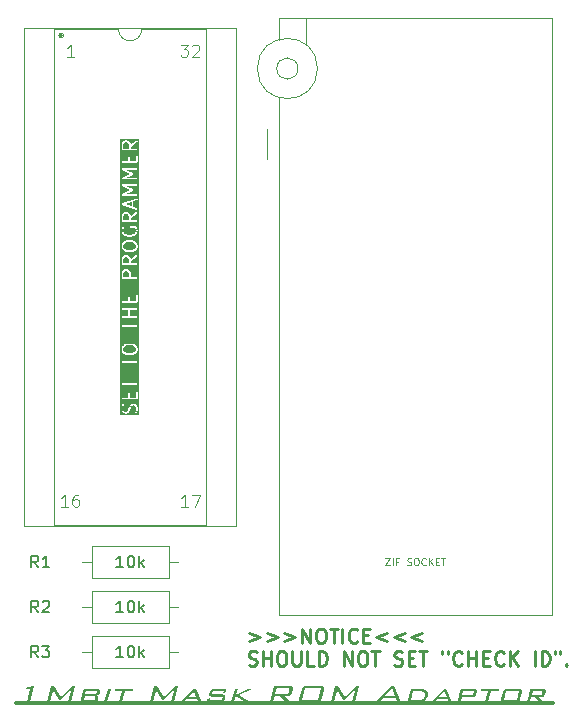
<source format=gbr>
%TF.GenerationSoftware,KiCad,Pcbnew,9.0.6*%
%TF.CreationDate,2026-01-11T11:48:49+09:00*%
%TF.ProjectId,MH01952024221Z2_1Mbit_mask-rom_adaptor,4d483031-3935-4323-9032-343232315a32,rev?*%
%TF.SameCoordinates,Original*%
%TF.FileFunction,Legend,Top*%
%TF.FilePolarity,Positive*%
%FSLAX46Y46*%
G04 Gerber Fmt 4.6, Leading zero omitted, Abs format (unit mm)*
G04 Created by KiCad (PCBNEW 9.0.6) date 2026-01-11 11:48:49*
%MOMM*%
%LPD*%
G01*
G04 APERTURE LIST*
%ADD10C,0.300000*%
%ADD11C,0.380000*%
%ADD12C,0.100000*%
%ADD13C,0.225000*%
%ADD14C,0.150000*%
%ADD15C,0.090000*%
%ADD16C,0.120000*%
G04 APERTURE END LIST*
D10*
X91904000Y-108458000D02*
X137414000Y-108458000D01*
D11*
G36*
X92863575Y-108400000D02*
G01*
X93154285Y-107244603D01*
X92800658Y-107244603D01*
X92837032Y-107100163D01*
X93471538Y-107010716D01*
X93121843Y-108400000D01*
X92863575Y-108400000D01*
G37*
G36*
X95093475Y-107268270D02*
G01*
X95086032Y-107353309D01*
X95059629Y-107470484D01*
X94825657Y-108400000D01*
X94585926Y-108400000D01*
X94933514Y-107018953D01*
X95161308Y-107018953D01*
X95724892Y-107910299D01*
X96683814Y-107018953D01*
X96940256Y-107018953D01*
X96592668Y-108400000D01*
X96334540Y-108400000D01*
X96568934Y-107468976D01*
X96597162Y-107377208D01*
X96625953Y-107287064D01*
X96562474Y-107360270D01*
X96505315Y-107418858D01*
X95690203Y-108184327D01*
X95616192Y-108184327D01*
X95156533Y-107439276D01*
X95150775Y-107429763D01*
X95110695Y-107346598D01*
X95093475Y-107268270D01*
G37*
G36*
X98897751Y-107271356D02*
G01*
X98965619Y-107290216D01*
X99009073Y-107317576D01*
X99036126Y-107356111D01*
X99047136Y-107410553D01*
X99037301Y-107487655D01*
X99004579Y-107617592D01*
X98969118Y-107699104D01*
X98913714Y-107754722D01*
X98835704Y-107790396D01*
X98719486Y-107809365D01*
X98794700Y-107820804D01*
X98848455Y-107842888D01*
X98886048Y-107874682D01*
X98909285Y-107915295D01*
X98918103Y-107965948D01*
X98909922Y-108030143D01*
X98872987Y-108176902D01*
X98844135Y-108246984D01*
X98798177Y-108302098D01*
X98734092Y-108344892D01*
X98657543Y-108373734D01*
X98557278Y-108392896D01*
X98427231Y-108400000D01*
X97378990Y-108400000D01*
X97421953Y-108229225D01*
X97683323Y-108229225D01*
X98451527Y-108229225D01*
X98528624Y-108221402D01*
X98574833Y-108201729D01*
X98606509Y-108166672D01*
X98631852Y-108102536D01*
X98654463Y-108012740D01*
X98660826Y-107948922D01*
X98646739Y-107915403D01*
X98612193Y-107895960D01*
X98539302Y-107887676D01*
X97769272Y-107887676D01*
X97683323Y-108229225D01*
X97421953Y-108229225D01*
X97550841Y-107716901D01*
X97812246Y-107716901D01*
X98580451Y-107716901D01*
X98659096Y-107711169D01*
X98697859Y-107698223D01*
X98723116Y-107673689D01*
X98741957Y-107628961D01*
X98768640Y-107522459D01*
X98771514Y-107477400D01*
X98757124Y-107453662D01*
X98725036Y-107440662D01*
X98653339Y-107434752D01*
X97883309Y-107434752D01*
X97812246Y-107716901D01*
X97550841Y-107716901D01*
X97664785Y-107263977D01*
X98795605Y-107263977D01*
X98897751Y-107271356D01*
G37*
G36*
X99666190Y-108400000D02*
G01*
X99406377Y-108400000D01*
X99690345Y-107271402D01*
X99950159Y-107271402D01*
X99666190Y-108400000D01*
G37*
G36*
X101178163Y-107442177D02*
G01*
X100937169Y-108400000D01*
X100677355Y-108400000D01*
X100918350Y-107442177D01*
X100287776Y-107442177D01*
X100332576Y-107263977D01*
X101856486Y-107263977D01*
X101811686Y-107442177D01*
X101178163Y-107442177D01*
G37*
G36*
X103800733Y-107268270D02*
G01*
X103793289Y-107353309D01*
X103766887Y-107470484D01*
X103532914Y-108400000D01*
X103293184Y-108400000D01*
X103640772Y-107018953D01*
X103868565Y-107018953D01*
X104432149Y-107910299D01*
X105391071Y-107018953D01*
X105647514Y-107018953D01*
X105299926Y-108400000D01*
X105041798Y-108400000D01*
X105276192Y-107468976D01*
X105304420Y-107377208D01*
X105333210Y-107287064D01*
X105269731Y-107360270D01*
X105212572Y-107418858D01*
X104397461Y-108184327D01*
X104323449Y-108184327D01*
X103863790Y-107439276D01*
X103858032Y-107429763D01*
X103817953Y-107346598D01*
X103800733Y-107268270D01*
G37*
G36*
X107672934Y-108400000D02*
G01*
X107389527Y-108400000D01*
X107281108Y-108140125D01*
X106363897Y-108140125D01*
X106127818Y-108400000D01*
X105864353Y-108400000D01*
X106267262Y-107969351D01*
X106517818Y-107969351D01*
X107211450Y-107969351D01*
X106996858Y-107441481D01*
X106517818Y-107969351D01*
X106267262Y-107969351D01*
X106927200Y-107263977D01*
X107163139Y-107263977D01*
X107672934Y-108400000D01*
G37*
G36*
X109523086Y-107442177D02*
G01*
X108595623Y-107442177D01*
X108524701Y-107724326D01*
X109375905Y-107724326D01*
X109501521Y-107732532D01*
X109578046Y-107752652D01*
X109621534Y-107780362D01*
X109645900Y-107820871D01*
X109654385Y-107887274D01*
X109638247Y-107992322D01*
X109603979Y-108128408D01*
X109568668Y-108231942D01*
X109527389Y-108300571D01*
X109482078Y-108343500D01*
X109422964Y-108372304D01*
X109334927Y-108392264D01*
X109207659Y-108400000D01*
X108395637Y-108400000D01*
X108268093Y-108391624D01*
X108190743Y-108371124D01*
X108147059Y-108342920D01*
X108122908Y-108301679D01*
X108114658Y-108233961D01*
X108131189Y-108126783D01*
X108139756Y-108092675D01*
X108390441Y-108049981D01*
X108347185Y-108221800D01*
X109345290Y-108221800D01*
X109423795Y-107909951D01*
X108569642Y-107909951D01*
X108442879Y-107901754D01*
X108366185Y-107881723D01*
X108323030Y-107854263D01*
X108299061Y-107813902D01*
X108290791Y-107747803D01*
X108306879Y-107643347D01*
X108333422Y-107538005D01*
X108368628Y-107435024D01*
X108410179Y-107365971D01*
X108456166Y-107322101D01*
X108516199Y-107292323D01*
X108604317Y-107271860D01*
X108730304Y-107263977D01*
X109473090Y-107263977D01*
X109597505Y-107272193D01*
X109674637Y-107292494D01*
X109719561Y-107320709D01*
X109745803Y-107361576D01*
X109755715Y-107424260D01*
X109742172Y-107518747D01*
X109734729Y-107548447D01*
X109485448Y-107591721D01*
X109523086Y-107442177D01*
G37*
G36*
X110155626Y-108400000D02*
G01*
X110441421Y-107263977D01*
X110702779Y-107263977D01*
X110582142Y-107743701D01*
X111538816Y-107263977D01*
X111907330Y-107263977D01*
X110776089Y-107812846D01*
X111729393Y-108400000D01*
X111302176Y-108400000D01*
X110543521Y-107897189D01*
X110416984Y-108400000D01*
X110155626Y-108400000D01*
G37*
G36*
X115198649Y-107027847D02*
G01*
X115278406Y-107050508D01*
X115328861Y-107083341D01*
X115359731Y-107129554D01*
X115371929Y-107195657D01*
X115359336Y-107290081D01*
X115281954Y-107597173D01*
X115249126Y-107687056D01*
X115204327Y-107753585D01*
X115148677Y-107801592D01*
X115079181Y-107835190D01*
X114987177Y-107857238D01*
X114866253Y-107865401D01*
X114638319Y-107865401D01*
X115246563Y-108400000D01*
X114831143Y-108400000D01*
X114304354Y-107865401D01*
X113831915Y-107865401D01*
X113697374Y-108400000D01*
X113416073Y-108400000D01*
X113597342Y-107679776D01*
X113878541Y-107679776D01*
X114804881Y-107679776D01*
X114895984Y-107671020D01*
X114948269Y-107649496D01*
X114983698Y-107611067D01*
X115011327Y-107542182D01*
X115061745Y-107341823D01*
X115068486Y-107271903D01*
X115052476Y-107235089D01*
X115013039Y-107213848D01*
X114926361Y-107204577D01*
X113998195Y-107204577D01*
X113878541Y-107679776D01*
X113597342Y-107679776D01*
X113763661Y-107018953D01*
X115077474Y-107018953D01*
X115198649Y-107027847D01*
G37*
G36*
X117851617Y-107029072D02*
G01*
X117940380Y-107053895D01*
X117990473Y-107088330D01*
X118017698Y-107137992D01*
X118026408Y-107219118D01*
X118006202Y-107346812D01*
X117824192Y-108070284D01*
X117781525Y-108195930D01*
X117732162Y-108279172D01*
X117678416Y-108331202D01*
X117608103Y-108366524D01*
X117505469Y-108390706D01*
X117359337Y-108400000D01*
X116235118Y-108400000D01*
X116086615Y-108389678D01*
X115997039Y-108364396D01*
X115946795Y-108329346D01*
X115919699Y-108278777D01*
X115911493Y-108199525D01*
X116178380Y-108199525D01*
X117514944Y-108199525D01*
X117763522Y-107212002D01*
X116426958Y-107212002D01*
X116178380Y-108199525D01*
X115911493Y-108199525D01*
X115911213Y-108196825D01*
X115931628Y-108068660D01*
X116113637Y-107345188D01*
X116155416Y-107222783D01*
X116204431Y-107140659D01*
X116258431Y-107088446D01*
X116329040Y-107052813D01*
X116432674Y-107028366D01*
X116580880Y-107018953D01*
X117705099Y-107018953D01*
X117851617Y-107029072D01*
G37*
G36*
X119123259Y-107268270D02*
G01*
X119115816Y-107353309D01*
X119089413Y-107470484D01*
X118855441Y-108400000D01*
X118615710Y-108400000D01*
X118963298Y-107018953D01*
X119191091Y-107018953D01*
X119754676Y-107910299D01*
X120713597Y-107018953D01*
X120970040Y-107018953D01*
X120622452Y-108400000D01*
X120364324Y-108400000D01*
X120598718Y-107468976D01*
X120626946Y-107377208D01*
X120655736Y-107287064D01*
X120592258Y-107360270D01*
X120535099Y-107418858D01*
X119719987Y-108184327D01*
X119645975Y-108184327D01*
X119186316Y-107439276D01*
X119180558Y-107429763D01*
X119140479Y-107346598D01*
X119123259Y-107268270D01*
G37*
G36*
X124501114Y-108400000D02*
G01*
X124193270Y-108400000D01*
X124069683Y-108065875D01*
X122975799Y-108065875D01*
X122683965Y-108400000D01*
X122405052Y-108400000D01*
X122871697Y-107880251D01*
X123140816Y-107880251D01*
X124001008Y-107880251D01*
X123744285Y-107188335D01*
X123140816Y-107880251D01*
X122871697Y-107880251D01*
X123644994Y-107018953D01*
X123941181Y-107018953D01*
X124501114Y-108400000D01*
G37*
G36*
X126296731Y-107269954D02*
G01*
X126430193Y-107285556D01*
X126547006Y-107314348D01*
X126629758Y-107351801D01*
X126700898Y-107406328D01*
X126755814Y-107472440D01*
X126795195Y-107552043D01*
X126816091Y-107636960D01*
X126819104Y-107729121D01*
X126802779Y-107830248D01*
X126753757Y-107969639D01*
X126684888Y-108085169D01*
X126597052Y-108180514D01*
X126489458Y-108258229D01*
X126366347Y-108316986D01*
X126218584Y-108361297D01*
X126041555Y-108389789D01*
X125829813Y-108400000D01*
X125055289Y-108400000D01*
X125100120Y-108221800D01*
X125361447Y-108221800D01*
X125844981Y-108221800D01*
X126060032Y-108209581D01*
X126216975Y-108177378D01*
X126329357Y-108130032D01*
X126399342Y-108079546D01*
X126458275Y-108014172D01*
X126506243Y-107931291D01*
X126542123Y-107827348D01*
X126557936Y-107721992D01*
X126549842Y-107641445D01*
X126522910Y-107579706D01*
X126478925Y-107532205D01*
X126419516Y-107497420D01*
X126333029Y-107469214D01*
X126210953Y-107449651D01*
X126043001Y-107442177D01*
X125557641Y-107442177D01*
X125361447Y-108221800D01*
X125100120Y-108221800D01*
X125341083Y-107263977D01*
X126113782Y-107263977D01*
X126296731Y-107269954D01*
G37*
G36*
X128884937Y-108400000D02*
G01*
X128601530Y-108400000D01*
X128493111Y-108140125D01*
X127575899Y-108140125D01*
X127339820Y-108400000D01*
X127076356Y-108400000D01*
X127479265Y-107969351D01*
X127729821Y-107969351D01*
X128423453Y-107969351D01*
X128208861Y-107441481D01*
X127729821Y-107969351D01*
X127479265Y-107969351D01*
X128139203Y-107263977D01*
X128375141Y-107263977D01*
X128884937Y-108400000D01*
G37*
G36*
X130836195Y-107271157D02*
G01*
X130904344Y-107289399D01*
X130947434Y-107315604D01*
X130974166Y-107352940D01*
X130985074Y-107407024D01*
X130974960Y-107485218D01*
X130911481Y-107737552D01*
X130884420Y-107810733D01*
X130847062Y-107864699D01*
X130800253Y-107903454D01*
X130741966Y-107930200D01*
X130664020Y-107947908D01*
X130560803Y-107954501D01*
X129689516Y-107954501D01*
X129577445Y-108400000D01*
X129316087Y-108400000D01*
X129471126Y-107783726D01*
X129732490Y-107783726D01*
X130488196Y-107783726D01*
X130564533Y-107777008D01*
X130609115Y-107760523D01*
X130639646Y-107730871D01*
X130661358Y-107680008D01*
X130697451Y-107536961D01*
X130701258Y-107485284D01*
X130686778Y-107457491D01*
X130653237Y-107441794D01*
X130577937Y-107434752D01*
X129820406Y-107434752D01*
X129732490Y-107783726D01*
X129471126Y-107783726D01*
X129601882Y-107263977D01*
X130732702Y-107263977D01*
X130836195Y-107271157D01*
G37*
G36*
X132158023Y-107442177D02*
G01*
X131917029Y-108400000D01*
X131657216Y-108400000D01*
X131898210Y-107442177D01*
X131267636Y-107442177D01*
X131312436Y-107263977D01*
X132836347Y-107263977D01*
X132791547Y-107442177D01*
X132158023Y-107442177D01*
G37*
G36*
X134631530Y-107272496D02*
G01*
X134708659Y-107293434D01*
X134752646Y-107322449D01*
X134777172Y-107364556D01*
X134785569Y-107432578D01*
X134769218Y-107538934D01*
X134620352Y-108130496D01*
X134585250Y-108232173D01*
X134543564Y-108300194D01*
X134497186Y-108343268D01*
X134437023Y-108372259D01*
X134348350Y-108392272D01*
X134221222Y-108400000D01*
X133257104Y-108400000D01*
X133128196Y-108391637D01*
X133050725Y-108371258D01*
X133007543Y-108343384D01*
X132983729Y-108302429D01*
X132975688Y-108235211D01*
X132977775Y-108221800D01*
X133230140Y-108221800D01*
X134335961Y-108221800D01*
X134532155Y-107442177D01*
X133426334Y-107442177D01*
X133230140Y-108221800D01*
X132977775Y-108221800D01*
X132992235Y-108128872D01*
X133141101Y-107537309D01*
X133176451Y-107434641D01*
X133218518Y-107365719D01*
X133265390Y-107321869D01*
X133326340Y-107292167D01*
X133415070Y-107271802D01*
X133541073Y-107263977D01*
X134505191Y-107263977D01*
X134631530Y-107272496D01*
G37*
G36*
X136638375Y-107271216D02*
G01*
X136703446Y-107289642D01*
X136744501Y-107316300D01*
X136769500Y-107353792D01*
X136779343Y-107407721D01*
X136768938Y-107485102D01*
X136705599Y-107737204D01*
X136678704Y-107810793D01*
X136642290Y-107864793D01*
X136597320Y-107903338D01*
X136541112Y-107930222D01*
X136466262Y-107947928D01*
X136367421Y-107954501D01*
X136200438Y-107954501D01*
X136677371Y-108400000D01*
X136328378Y-108400000D01*
X135908323Y-107954501D01*
X135549781Y-107954501D01*
X135437710Y-108400000D01*
X135176352Y-108400000D01*
X135329523Y-107791151D01*
X135590930Y-107791151D01*
X136296077Y-107791151D01*
X136371785Y-107784501D01*
X136412923Y-107768644D01*
X136440298Y-107738803D01*
X136463481Y-107679660D01*
X136497468Y-107544618D01*
X136502740Y-107489011D01*
X136489744Y-107459347D01*
X136457886Y-107442234D01*
X136387644Y-107434752D01*
X135680671Y-107434752D01*
X135590930Y-107791151D01*
X135329523Y-107791151D01*
X135462147Y-107263977D01*
X136539319Y-107263977D01*
X136638375Y-107271216D01*
G37*
D12*
X96839693Y-53720419D02*
X96268265Y-53720419D01*
X96553979Y-53720419D02*
X96553979Y-52720419D01*
X96553979Y-52720419D02*
X96458741Y-52863276D01*
X96458741Y-52863276D02*
X96363503Y-52958514D01*
X96363503Y-52958514D02*
X96268265Y-53006133D01*
D13*
X111685740Y-102553442D02*
X112600026Y-102896300D01*
X112600026Y-102896300D02*
X111685740Y-103239157D01*
X113171454Y-102553442D02*
X114085740Y-102896300D01*
X114085740Y-102896300D02*
X113171454Y-103239157D01*
X114657168Y-102553442D02*
X115571454Y-102896300D01*
X115571454Y-102896300D02*
X114657168Y-103239157D01*
X116142882Y-103353442D02*
X116142882Y-102153442D01*
X116142882Y-102153442D02*
X116828596Y-103353442D01*
X116828596Y-103353442D02*
X116828596Y-102153442D01*
X117628596Y-102153442D02*
X117857168Y-102153442D01*
X117857168Y-102153442D02*
X117971453Y-102210585D01*
X117971453Y-102210585D02*
X118085739Y-102324871D01*
X118085739Y-102324871D02*
X118142882Y-102553442D01*
X118142882Y-102553442D02*
X118142882Y-102953442D01*
X118142882Y-102953442D02*
X118085739Y-103182014D01*
X118085739Y-103182014D02*
X117971453Y-103296300D01*
X117971453Y-103296300D02*
X117857168Y-103353442D01*
X117857168Y-103353442D02*
X117628596Y-103353442D01*
X117628596Y-103353442D02*
X117514311Y-103296300D01*
X117514311Y-103296300D02*
X117400025Y-103182014D01*
X117400025Y-103182014D02*
X117342882Y-102953442D01*
X117342882Y-102953442D02*
X117342882Y-102553442D01*
X117342882Y-102553442D02*
X117400025Y-102324871D01*
X117400025Y-102324871D02*
X117514311Y-102210585D01*
X117514311Y-102210585D02*
X117628596Y-102153442D01*
X118485739Y-102153442D02*
X119171454Y-102153442D01*
X118828596Y-103353442D02*
X118828596Y-102153442D01*
X119571454Y-103353442D02*
X119571454Y-102153442D01*
X120828597Y-103239157D02*
X120771454Y-103296300D01*
X120771454Y-103296300D02*
X120600026Y-103353442D01*
X120600026Y-103353442D02*
X120485740Y-103353442D01*
X120485740Y-103353442D02*
X120314311Y-103296300D01*
X120314311Y-103296300D02*
X120200026Y-103182014D01*
X120200026Y-103182014D02*
X120142883Y-103067728D01*
X120142883Y-103067728D02*
X120085740Y-102839157D01*
X120085740Y-102839157D02*
X120085740Y-102667728D01*
X120085740Y-102667728D02*
X120142883Y-102439157D01*
X120142883Y-102439157D02*
X120200026Y-102324871D01*
X120200026Y-102324871D02*
X120314311Y-102210585D01*
X120314311Y-102210585D02*
X120485740Y-102153442D01*
X120485740Y-102153442D02*
X120600026Y-102153442D01*
X120600026Y-102153442D02*
X120771454Y-102210585D01*
X120771454Y-102210585D02*
X120828597Y-102267728D01*
X121342883Y-102724871D02*
X121742883Y-102724871D01*
X121914311Y-103353442D02*
X121342883Y-103353442D01*
X121342883Y-103353442D02*
X121342883Y-102153442D01*
X121342883Y-102153442D02*
X121914311Y-102153442D01*
X123342883Y-102553442D02*
X122428597Y-102896300D01*
X122428597Y-102896300D02*
X123342883Y-103239157D01*
X124828597Y-102553442D02*
X123914311Y-102896300D01*
X123914311Y-102896300D02*
X124828597Y-103239157D01*
X126314311Y-102553442D02*
X125400025Y-102896300D01*
X125400025Y-102896300D02*
X126314311Y-103239157D01*
X111628597Y-105228233D02*
X111800026Y-105285375D01*
X111800026Y-105285375D02*
X112085740Y-105285375D01*
X112085740Y-105285375D02*
X112200026Y-105228233D01*
X112200026Y-105228233D02*
X112257168Y-105171090D01*
X112257168Y-105171090D02*
X112314311Y-105056804D01*
X112314311Y-105056804D02*
X112314311Y-104942518D01*
X112314311Y-104942518D02*
X112257168Y-104828233D01*
X112257168Y-104828233D02*
X112200026Y-104771090D01*
X112200026Y-104771090D02*
X112085740Y-104713947D01*
X112085740Y-104713947D02*
X111857168Y-104656804D01*
X111857168Y-104656804D02*
X111742883Y-104599661D01*
X111742883Y-104599661D02*
X111685740Y-104542518D01*
X111685740Y-104542518D02*
X111628597Y-104428233D01*
X111628597Y-104428233D02*
X111628597Y-104313947D01*
X111628597Y-104313947D02*
X111685740Y-104199661D01*
X111685740Y-104199661D02*
X111742883Y-104142518D01*
X111742883Y-104142518D02*
X111857168Y-104085375D01*
X111857168Y-104085375D02*
X112142883Y-104085375D01*
X112142883Y-104085375D02*
X112314311Y-104142518D01*
X112828597Y-105285375D02*
X112828597Y-104085375D01*
X112828597Y-104656804D02*
X113514311Y-104656804D01*
X113514311Y-105285375D02*
X113514311Y-104085375D01*
X114314311Y-104085375D02*
X114542883Y-104085375D01*
X114542883Y-104085375D02*
X114657168Y-104142518D01*
X114657168Y-104142518D02*
X114771454Y-104256804D01*
X114771454Y-104256804D02*
X114828597Y-104485375D01*
X114828597Y-104485375D02*
X114828597Y-104885375D01*
X114828597Y-104885375D02*
X114771454Y-105113947D01*
X114771454Y-105113947D02*
X114657168Y-105228233D01*
X114657168Y-105228233D02*
X114542883Y-105285375D01*
X114542883Y-105285375D02*
X114314311Y-105285375D01*
X114314311Y-105285375D02*
X114200026Y-105228233D01*
X114200026Y-105228233D02*
X114085740Y-105113947D01*
X114085740Y-105113947D02*
X114028597Y-104885375D01*
X114028597Y-104885375D02*
X114028597Y-104485375D01*
X114028597Y-104485375D02*
X114085740Y-104256804D01*
X114085740Y-104256804D02*
X114200026Y-104142518D01*
X114200026Y-104142518D02*
X114314311Y-104085375D01*
X115342883Y-104085375D02*
X115342883Y-105056804D01*
X115342883Y-105056804D02*
X115400026Y-105171090D01*
X115400026Y-105171090D02*
X115457169Y-105228233D01*
X115457169Y-105228233D02*
X115571454Y-105285375D01*
X115571454Y-105285375D02*
X115800026Y-105285375D01*
X115800026Y-105285375D02*
X115914311Y-105228233D01*
X115914311Y-105228233D02*
X115971454Y-105171090D01*
X115971454Y-105171090D02*
X116028597Y-105056804D01*
X116028597Y-105056804D02*
X116028597Y-104085375D01*
X117171454Y-105285375D02*
X116600026Y-105285375D01*
X116600026Y-105285375D02*
X116600026Y-104085375D01*
X117571455Y-105285375D02*
X117571455Y-104085375D01*
X117571455Y-104085375D02*
X117857169Y-104085375D01*
X117857169Y-104085375D02*
X118028598Y-104142518D01*
X118028598Y-104142518D02*
X118142883Y-104256804D01*
X118142883Y-104256804D02*
X118200026Y-104371090D01*
X118200026Y-104371090D02*
X118257169Y-104599661D01*
X118257169Y-104599661D02*
X118257169Y-104771090D01*
X118257169Y-104771090D02*
X118200026Y-104999661D01*
X118200026Y-104999661D02*
X118142883Y-105113947D01*
X118142883Y-105113947D02*
X118028598Y-105228233D01*
X118028598Y-105228233D02*
X117857169Y-105285375D01*
X117857169Y-105285375D02*
X117571455Y-105285375D01*
X119685741Y-105285375D02*
X119685741Y-104085375D01*
X119685741Y-104085375D02*
X120371455Y-105285375D01*
X120371455Y-105285375D02*
X120371455Y-104085375D01*
X121171455Y-104085375D02*
X121400027Y-104085375D01*
X121400027Y-104085375D02*
X121514312Y-104142518D01*
X121514312Y-104142518D02*
X121628598Y-104256804D01*
X121628598Y-104256804D02*
X121685741Y-104485375D01*
X121685741Y-104485375D02*
X121685741Y-104885375D01*
X121685741Y-104885375D02*
X121628598Y-105113947D01*
X121628598Y-105113947D02*
X121514312Y-105228233D01*
X121514312Y-105228233D02*
X121400027Y-105285375D01*
X121400027Y-105285375D02*
X121171455Y-105285375D01*
X121171455Y-105285375D02*
X121057170Y-105228233D01*
X121057170Y-105228233D02*
X120942884Y-105113947D01*
X120942884Y-105113947D02*
X120885741Y-104885375D01*
X120885741Y-104885375D02*
X120885741Y-104485375D01*
X120885741Y-104485375D02*
X120942884Y-104256804D01*
X120942884Y-104256804D02*
X121057170Y-104142518D01*
X121057170Y-104142518D02*
X121171455Y-104085375D01*
X122028598Y-104085375D02*
X122714313Y-104085375D01*
X122371455Y-105285375D02*
X122371455Y-104085375D01*
X123971456Y-105228233D02*
X124142885Y-105285375D01*
X124142885Y-105285375D02*
X124428599Y-105285375D01*
X124428599Y-105285375D02*
X124542885Y-105228233D01*
X124542885Y-105228233D02*
X124600027Y-105171090D01*
X124600027Y-105171090D02*
X124657170Y-105056804D01*
X124657170Y-105056804D02*
X124657170Y-104942518D01*
X124657170Y-104942518D02*
X124600027Y-104828233D01*
X124600027Y-104828233D02*
X124542885Y-104771090D01*
X124542885Y-104771090D02*
X124428599Y-104713947D01*
X124428599Y-104713947D02*
X124200027Y-104656804D01*
X124200027Y-104656804D02*
X124085742Y-104599661D01*
X124085742Y-104599661D02*
X124028599Y-104542518D01*
X124028599Y-104542518D02*
X123971456Y-104428233D01*
X123971456Y-104428233D02*
X123971456Y-104313947D01*
X123971456Y-104313947D02*
X124028599Y-104199661D01*
X124028599Y-104199661D02*
X124085742Y-104142518D01*
X124085742Y-104142518D02*
X124200027Y-104085375D01*
X124200027Y-104085375D02*
X124485742Y-104085375D01*
X124485742Y-104085375D02*
X124657170Y-104142518D01*
X125171456Y-104656804D02*
X125571456Y-104656804D01*
X125742884Y-105285375D02*
X125171456Y-105285375D01*
X125171456Y-105285375D02*
X125171456Y-104085375D01*
X125171456Y-104085375D02*
X125742884Y-104085375D01*
X126085741Y-104085375D02*
X126771456Y-104085375D01*
X126428598Y-105285375D02*
X126428598Y-104085375D01*
X128028599Y-104085375D02*
X128028599Y-104313947D01*
X128485742Y-104085375D02*
X128485742Y-104313947D01*
X129685742Y-105171090D02*
X129628599Y-105228233D01*
X129628599Y-105228233D02*
X129457171Y-105285375D01*
X129457171Y-105285375D02*
X129342885Y-105285375D01*
X129342885Y-105285375D02*
X129171456Y-105228233D01*
X129171456Y-105228233D02*
X129057171Y-105113947D01*
X129057171Y-105113947D02*
X129000028Y-104999661D01*
X129000028Y-104999661D02*
X128942885Y-104771090D01*
X128942885Y-104771090D02*
X128942885Y-104599661D01*
X128942885Y-104599661D02*
X129000028Y-104371090D01*
X129000028Y-104371090D02*
X129057171Y-104256804D01*
X129057171Y-104256804D02*
X129171456Y-104142518D01*
X129171456Y-104142518D02*
X129342885Y-104085375D01*
X129342885Y-104085375D02*
X129457171Y-104085375D01*
X129457171Y-104085375D02*
X129628599Y-104142518D01*
X129628599Y-104142518D02*
X129685742Y-104199661D01*
X130200028Y-105285375D02*
X130200028Y-104085375D01*
X130200028Y-104656804D02*
X130885742Y-104656804D01*
X130885742Y-105285375D02*
X130885742Y-104085375D01*
X131457171Y-104656804D02*
X131857171Y-104656804D01*
X132028599Y-105285375D02*
X131457171Y-105285375D01*
X131457171Y-105285375D02*
X131457171Y-104085375D01*
X131457171Y-104085375D02*
X132028599Y-104085375D01*
X133228599Y-105171090D02*
X133171456Y-105228233D01*
X133171456Y-105228233D02*
X133000028Y-105285375D01*
X133000028Y-105285375D02*
X132885742Y-105285375D01*
X132885742Y-105285375D02*
X132714313Y-105228233D01*
X132714313Y-105228233D02*
X132600028Y-105113947D01*
X132600028Y-105113947D02*
X132542885Y-104999661D01*
X132542885Y-104999661D02*
X132485742Y-104771090D01*
X132485742Y-104771090D02*
X132485742Y-104599661D01*
X132485742Y-104599661D02*
X132542885Y-104371090D01*
X132542885Y-104371090D02*
X132600028Y-104256804D01*
X132600028Y-104256804D02*
X132714313Y-104142518D01*
X132714313Y-104142518D02*
X132885742Y-104085375D01*
X132885742Y-104085375D02*
X133000028Y-104085375D01*
X133000028Y-104085375D02*
X133171456Y-104142518D01*
X133171456Y-104142518D02*
X133228599Y-104199661D01*
X133742885Y-105285375D02*
X133742885Y-104085375D01*
X134428599Y-105285375D02*
X133914313Y-104599661D01*
X134428599Y-104085375D02*
X133742885Y-104771090D01*
X135857171Y-105285375D02*
X135857171Y-104085375D01*
X136428600Y-105285375D02*
X136428600Y-104085375D01*
X136428600Y-104085375D02*
X136714314Y-104085375D01*
X136714314Y-104085375D02*
X136885743Y-104142518D01*
X136885743Y-104142518D02*
X137000028Y-104256804D01*
X137000028Y-104256804D02*
X137057171Y-104371090D01*
X137057171Y-104371090D02*
X137114314Y-104599661D01*
X137114314Y-104599661D02*
X137114314Y-104771090D01*
X137114314Y-104771090D02*
X137057171Y-104999661D01*
X137057171Y-104999661D02*
X137000028Y-105113947D01*
X137000028Y-105113947D02*
X136885743Y-105228233D01*
X136885743Y-105228233D02*
X136714314Y-105285375D01*
X136714314Y-105285375D02*
X136428600Y-105285375D01*
X137571457Y-104085375D02*
X137571457Y-104313947D01*
X138028600Y-104085375D02*
X138028600Y-104313947D01*
X138542886Y-105171090D02*
X138600029Y-105228233D01*
X138600029Y-105228233D02*
X138542886Y-105285375D01*
X138542886Y-105285375D02*
X138485743Y-105228233D01*
X138485743Y-105228233D02*
X138542886Y-105171090D01*
X138542886Y-105171090D02*
X138542886Y-105285375D01*
D12*
X105872646Y-52720419D02*
X106491693Y-52720419D01*
X106491693Y-52720419D02*
X106158360Y-53101371D01*
X106158360Y-53101371D02*
X106301217Y-53101371D01*
X106301217Y-53101371D02*
X106396455Y-53148990D01*
X106396455Y-53148990D02*
X106444074Y-53196609D01*
X106444074Y-53196609D02*
X106491693Y-53291847D01*
X106491693Y-53291847D02*
X106491693Y-53529942D01*
X106491693Y-53529942D02*
X106444074Y-53625180D01*
X106444074Y-53625180D02*
X106396455Y-53672800D01*
X106396455Y-53672800D02*
X106301217Y-53720419D01*
X106301217Y-53720419D02*
X106015503Y-53720419D01*
X106015503Y-53720419D02*
X105920265Y-53672800D01*
X105920265Y-53672800D02*
X105872646Y-53625180D01*
X106872646Y-52815657D02*
X106920265Y-52768038D01*
X106920265Y-52768038D02*
X107015503Y-52720419D01*
X107015503Y-52720419D02*
X107253598Y-52720419D01*
X107253598Y-52720419D02*
X107348836Y-52768038D01*
X107348836Y-52768038D02*
X107396455Y-52815657D01*
X107396455Y-52815657D02*
X107444074Y-52910895D01*
X107444074Y-52910895D02*
X107444074Y-53006133D01*
X107444074Y-53006133D02*
X107396455Y-53148990D01*
X107396455Y-53148990D02*
X106825027Y-53720419D01*
X106825027Y-53720419D02*
X107444074Y-53720419D01*
X96331693Y-91820419D02*
X95760265Y-91820419D01*
X96045979Y-91820419D02*
X96045979Y-90820419D01*
X96045979Y-90820419D02*
X95950741Y-90963276D01*
X95950741Y-90963276D02*
X95855503Y-91058514D01*
X95855503Y-91058514D02*
X95760265Y-91106133D01*
X97188836Y-90820419D02*
X96998360Y-90820419D01*
X96998360Y-90820419D02*
X96903122Y-90868038D01*
X96903122Y-90868038D02*
X96855503Y-90915657D01*
X96855503Y-90915657D02*
X96760265Y-91058514D01*
X96760265Y-91058514D02*
X96712646Y-91248990D01*
X96712646Y-91248990D02*
X96712646Y-91629942D01*
X96712646Y-91629942D02*
X96760265Y-91725180D01*
X96760265Y-91725180D02*
X96807884Y-91772800D01*
X96807884Y-91772800D02*
X96903122Y-91820419D01*
X96903122Y-91820419D02*
X97093598Y-91820419D01*
X97093598Y-91820419D02*
X97188836Y-91772800D01*
X97188836Y-91772800D02*
X97236455Y-91725180D01*
X97236455Y-91725180D02*
X97284074Y-91629942D01*
X97284074Y-91629942D02*
X97284074Y-91391847D01*
X97284074Y-91391847D02*
X97236455Y-91296609D01*
X97236455Y-91296609D02*
X97188836Y-91248990D01*
X97188836Y-91248990D02*
X97093598Y-91201371D01*
X97093598Y-91201371D02*
X96903122Y-91201371D01*
X96903122Y-91201371D02*
X96807884Y-91248990D01*
X96807884Y-91248990D02*
X96760265Y-91296609D01*
X96760265Y-91296609D02*
X96712646Y-91391847D01*
X106491693Y-91820419D02*
X105920265Y-91820419D01*
X106205979Y-91820419D02*
X106205979Y-90820419D01*
X106205979Y-90820419D02*
X106110741Y-90963276D01*
X106110741Y-90963276D02*
X106015503Y-91058514D01*
X106015503Y-91058514D02*
X105920265Y-91106133D01*
X106825027Y-90820419D02*
X107491693Y-90820419D01*
X107491693Y-90820419D02*
X107063122Y-91820419D01*
D14*
G36*
X101937570Y-78229150D02*
G01*
X102028560Y-78320140D01*
X102072342Y-78407703D01*
X102072342Y-78600867D01*
X102028560Y-78688429D01*
X101937570Y-78779419D01*
X101738108Y-78829285D01*
X101356577Y-78829285D01*
X101157114Y-78779419D01*
X101066123Y-78688429D01*
X101022342Y-78600866D01*
X101022342Y-78407704D01*
X101066123Y-78320141D01*
X101157114Y-78229150D01*
X101356577Y-78179285D01*
X101738108Y-78179285D01*
X101937570Y-78229150D01*
G37*
G36*
X101417201Y-71937352D02*
G01*
X101457132Y-71977283D01*
X101500914Y-72064846D01*
X101500914Y-72429284D01*
X101022342Y-72429284D01*
X101022342Y-72064846D01*
X101066123Y-71977283D01*
X101106055Y-71937352D01*
X101193619Y-71893570D01*
X101329637Y-71893570D01*
X101417201Y-71937352D01*
G37*
G36*
X101417201Y-70737352D02*
G01*
X101457132Y-70777283D01*
X101500914Y-70864846D01*
X101500914Y-71229284D01*
X101022342Y-71229284D01*
X101022342Y-70864846D01*
X101066123Y-70777283D01*
X101106055Y-70737352D01*
X101193619Y-70693570D01*
X101329637Y-70693570D01*
X101417201Y-70737352D01*
G37*
G36*
X101937570Y-69486292D02*
G01*
X102028560Y-69577282D01*
X102072342Y-69664845D01*
X102072342Y-69858009D01*
X102028560Y-69945571D01*
X101937570Y-70036561D01*
X101738108Y-70086427D01*
X101356577Y-70086427D01*
X101157114Y-70036561D01*
X101066123Y-69945571D01*
X101022342Y-69858008D01*
X101022342Y-69664846D01*
X101066123Y-69577283D01*
X101157114Y-69486292D01*
X101356577Y-69436427D01*
X101738108Y-69436427D01*
X101937570Y-69486292D01*
G37*
G36*
X101417201Y-67080209D02*
G01*
X101457132Y-67120140D01*
X101500914Y-67207703D01*
X101500914Y-67572141D01*
X101022342Y-67572141D01*
X101022342Y-67207703D01*
X101066123Y-67120140D01*
X101106055Y-67080209D01*
X101193619Y-67036427D01*
X101329637Y-67036427D01*
X101417201Y-67080209D01*
G37*
G36*
X101729485Y-66400227D02*
G01*
X101184512Y-66218570D01*
X101729485Y-66036912D01*
X101729485Y-66400227D01*
G37*
G36*
X101417201Y-61023066D02*
G01*
X101457132Y-61062997D01*
X101500914Y-61150560D01*
X101500914Y-61514998D01*
X101022342Y-61514998D01*
X101022342Y-61150560D01*
X101066123Y-61062997D01*
X101106055Y-61023066D01*
X101193619Y-60979284D01*
X101329637Y-60979284D01*
X101417201Y-61023066D01*
G37*
G36*
X102355675Y-84084047D02*
G01*
X100739009Y-84084047D01*
X100739009Y-83361428D01*
X100872342Y-83361428D01*
X100872342Y-83647143D01*
X100873783Y-83661775D01*
X100874813Y-83664263D01*
X100875005Y-83666953D01*
X100880260Y-83680684D01*
X100937403Y-83794969D01*
X100941366Y-83801265D01*
X100942125Y-83803096D01*
X100943816Y-83805157D01*
X100945236Y-83807412D01*
X100946731Y-83808709D01*
X100951452Y-83814461D01*
X101008595Y-83871604D01*
X101014344Y-83876322D01*
X101015644Y-83877821D01*
X101017903Y-83879242D01*
X101019960Y-83880931D01*
X101021787Y-83881688D01*
X101028087Y-83885653D01*
X101142373Y-83942796D01*
X101156105Y-83948051D01*
X101158792Y-83948241D01*
X101161282Y-83949273D01*
X101175914Y-83950714D01*
X101290200Y-83950714D01*
X101304832Y-83949273D01*
X101307320Y-83948242D01*
X101310010Y-83948051D01*
X101323741Y-83942796D01*
X101438026Y-83885653D01*
X101444322Y-83881689D01*
X101446153Y-83880931D01*
X101448214Y-83879239D01*
X101450469Y-83877820D01*
X101451766Y-83876324D01*
X101457518Y-83871604D01*
X101514661Y-83814461D01*
X101519381Y-83808708D01*
X101520877Y-83807412D01*
X101522296Y-83805157D01*
X101523988Y-83803096D01*
X101524746Y-83801265D01*
X101528710Y-83794969D01*
X101585853Y-83680684D01*
X101586262Y-83679614D01*
X101586585Y-83679179D01*
X101588780Y-83673033D01*
X101591108Y-83666952D01*
X101591146Y-83666412D01*
X101591532Y-83665333D01*
X101646678Y-83444747D01*
X101694695Y-83348713D01*
X101734627Y-83308781D01*
X101822190Y-83265000D01*
X101901066Y-83265000D01*
X101988630Y-83308782D01*
X102028560Y-83348712D01*
X102072342Y-83436275D01*
X102072342Y-83692116D01*
X102019049Y-83851997D01*
X102015789Y-83866334D01*
X102017864Y-83895524D01*
X102030950Y-83921698D01*
X102053058Y-83940871D01*
X102080820Y-83950125D01*
X102110010Y-83948050D01*
X102136184Y-83934964D01*
X102155357Y-83912856D01*
X102161351Y-83899431D01*
X102218493Y-83728003D01*
X102220142Y-83720749D01*
X102220901Y-83718918D01*
X102221162Y-83716263D01*
X102221753Y-83713666D01*
X102221612Y-83711691D01*
X102222342Y-83704286D01*
X102222342Y-83418571D01*
X102220901Y-83403939D01*
X102219869Y-83401449D01*
X102219679Y-83398762D01*
X102214424Y-83385030D01*
X102157282Y-83270745D01*
X102153317Y-83264445D01*
X102152560Y-83262618D01*
X102150871Y-83260561D01*
X102149450Y-83258302D01*
X102147951Y-83257002D01*
X102143233Y-83251253D01*
X102086090Y-83194110D01*
X102080338Y-83189389D01*
X102079041Y-83187894D01*
X102076786Y-83186474D01*
X102074725Y-83184783D01*
X102072894Y-83184024D01*
X102066598Y-83180061D01*
X101952312Y-83122918D01*
X101938580Y-83117663D01*
X101935892Y-83117472D01*
X101933403Y-83116441D01*
X101918771Y-83115000D01*
X101804485Y-83115000D01*
X101789853Y-83116441D01*
X101787363Y-83117472D01*
X101784676Y-83117663D01*
X101770944Y-83122918D01*
X101656659Y-83180061D01*
X101650362Y-83184024D01*
X101648532Y-83184783D01*
X101646470Y-83186474D01*
X101644216Y-83187894D01*
X101642919Y-83189389D01*
X101637167Y-83194110D01*
X101580024Y-83251253D01*
X101575303Y-83257004D01*
X101573808Y-83258302D01*
X101572388Y-83260556D01*
X101570697Y-83262618D01*
X101569938Y-83264448D01*
X101565975Y-83270745D01*
X101508832Y-83385030D01*
X101508422Y-83386099D01*
X101508100Y-83386535D01*
X101505904Y-83392678D01*
X101503577Y-83398761D01*
X101503538Y-83399300D01*
X101503153Y-83400380D01*
X101448006Y-83620966D01*
X101399989Y-83717000D01*
X101360057Y-83756932D01*
X101272495Y-83800714D01*
X101193619Y-83800714D01*
X101106055Y-83756932D01*
X101066123Y-83717000D01*
X101022342Y-83629437D01*
X101022342Y-83373598D01*
X101075636Y-83213717D01*
X101078896Y-83199380D01*
X101076821Y-83170190D01*
X101063735Y-83144017D01*
X101041628Y-83124843D01*
X101013865Y-83115589D01*
X100984675Y-83117664D01*
X100958502Y-83130750D01*
X100939328Y-83152857D01*
X100933334Y-83166283D01*
X100876191Y-83337711D01*
X100874541Y-83344964D01*
X100873783Y-83346796D01*
X100873521Y-83349450D01*
X100872931Y-83352048D01*
X100873071Y-83354022D01*
X100872342Y-83361428D01*
X100739009Y-83361428D01*
X100739009Y-82104286D01*
X100872342Y-82104286D01*
X100872342Y-82675714D01*
X100873783Y-82690346D01*
X100884982Y-82717382D01*
X100905674Y-82738074D01*
X100932710Y-82749273D01*
X100947342Y-82750714D01*
X102147342Y-82750714D01*
X102161974Y-82749273D01*
X102189010Y-82738074D01*
X102209702Y-82717382D01*
X102220901Y-82690346D01*
X102222342Y-82675714D01*
X102222342Y-82104286D01*
X102220901Y-82089654D01*
X102209702Y-82062618D01*
X102189010Y-82041926D01*
X102161974Y-82030727D01*
X102132710Y-82030727D01*
X102105674Y-82041926D01*
X102084982Y-82062618D01*
X102073783Y-82089654D01*
X102072342Y-82104286D01*
X102072342Y-82600714D01*
X101593771Y-82600714D01*
X101593771Y-82275714D01*
X101592330Y-82261082D01*
X101581131Y-82234046D01*
X101560439Y-82213354D01*
X101533403Y-82202155D01*
X101504139Y-82202155D01*
X101477103Y-82213354D01*
X101456411Y-82234046D01*
X101445212Y-82261082D01*
X101443771Y-82275714D01*
X101443771Y-82600714D01*
X101022342Y-82600714D01*
X101022342Y-82104286D01*
X101020901Y-82089654D01*
X101009702Y-82062618D01*
X100989010Y-82041926D01*
X100961974Y-82030727D01*
X100932710Y-82030727D01*
X100905674Y-82041926D01*
X100884982Y-82062618D01*
X100873783Y-82089654D01*
X100872342Y-82104286D01*
X100739009Y-82104286D01*
X100739009Y-81075715D01*
X100872342Y-81075715D01*
X100872342Y-81761429D01*
X100873783Y-81776061D01*
X100884982Y-81803097D01*
X100905674Y-81823789D01*
X100932710Y-81834988D01*
X100961974Y-81834988D01*
X100989010Y-81823789D01*
X101009702Y-81803097D01*
X101020901Y-81776061D01*
X101022342Y-81761429D01*
X101022342Y-81493572D01*
X102147342Y-81493572D01*
X102161974Y-81492131D01*
X102189010Y-81480932D01*
X102209702Y-81460240D01*
X102220901Y-81433204D01*
X102220901Y-81403940D01*
X102209702Y-81376904D01*
X102189010Y-81356212D01*
X102161974Y-81345013D01*
X102147342Y-81343572D01*
X101022342Y-81343572D01*
X101022342Y-81075715D01*
X101020901Y-81061083D01*
X101009702Y-81034047D01*
X100989010Y-81013355D01*
X100961974Y-81002156D01*
X100932710Y-81002156D01*
X100905674Y-81013355D01*
X100884982Y-81034047D01*
X100873783Y-81061083D01*
X100872342Y-81075715D01*
X100739009Y-81075715D01*
X100739009Y-79247143D01*
X100872342Y-79247143D01*
X100872342Y-79932857D01*
X100873783Y-79947489D01*
X100884982Y-79974525D01*
X100905674Y-79995217D01*
X100932710Y-80006416D01*
X100961974Y-80006416D01*
X100989010Y-79995217D01*
X101009702Y-79974525D01*
X101020901Y-79947489D01*
X101022342Y-79932857D01*
X101022342Y-79665000D01*
X102147342Y-79665000D01*
X102161974Y-79663559D01*
X102189010Y-79652360D01*
X102209702Y-79631668D01*
X102220901Y-79604632D01*
X102220901Y-79575368D01*
X102209702Y-79548332D01*
X102189010Y-79527640D01*
X102161974Y-79516441D01*
X102147342Y-79515000D01*
X101022342Y-79515000D01*
X101022342Y-79247143D01*
X101020901Y-79232511D01*
X101009702Y-79205475D01*
X100989010Y-79184783D01*
X100961974Y-79173584D01*
X100932710Y-79173584D01*
X100905674Y-79184783D01*
X100884982Y-79205475D01*
X100873783Y-79232511D01*
X100872342Y-79247143D01*
X100739009Y-79247143D01*
X100739009Y-78389999D01*
X100872342Y-78389999D01*
X100872342Y-78618571D01*
X100873783Y-78633203D01*
X100874814Y-78635692D01*
X100875005Y-78638380D01*
X100880260Y-78652112D01*
X100937403Y-78766398D01*
X100941366Y-78772694D01*
X100942125Y-78774525D01*
X100943816Y-78776586D01*
X100945236Y-78778841D01*
X100946731Y-78780138D01*
X100951452Y-78785890D01*
X101065738Y-78900175D01*
X101077104Y-78909503D01*
X101082255Y-78911636D01*
X101086735Y-78914956D01*
X101100581Y-78919903D01*
X101329152Y-78977046D01*
X101331689Y-78977421D01*
X101332710Y-78977844D01*
X101338212Y-78978385D01*
X101343697Y-78979197D01*
X101344792Y-78979033D01*
X101347342Y-78979285D01*
X101747342Y-78979285D01*
X101749895Y-78979033D01*
X101750988Y-78979196D01*
X101756461Y-78978386D01*
X101761974Y-78977844D01*
X101762995Y-78977421D01*
X101765532Y-78977046D01*
X101994105Y-78919903D01*
X102007950Y-78914956D01*
X102012430Y-78911636D01*
X102017581Y-78909503D01*
X102028947Y-78900175D01*
X102143233Y-78785890D01*
X102147953Y-78780137D01*
X102149450Y-78778840D01*
X102150869Y-78776584D01*
X102152560Y-78774525D01*
X102153317Y-78772695D01*
X102157282Y-78766398D01*
X102214424Y-78652112D01*
X102219679Y-78638380D01*
X102219869Y-78635692D01*
X102220901Y-78633203D01*
X102222342Y-78618571D01*
X102222342Y-78389999D01*
X102220901Y-78375367D01*
X102219869Y-78372877D01*
X102219679Y-78370190D01*
X102214424Y-78356458D01*
X102157282Y-78242173D01*
X102153319Y-78235878D01*
X102152561Y-78234046D01*
X102150869Y-78231984D01*
X102149450Y-78229730D01*
X102147953Y-78228431D01*
X102143233Y-78222681D01*
X102028947Y-78108395D01*
X102017582Y-78099068D01*
X102012431Y-78096934D01*
X102007950Y-78093614D01*
X101994105Y-78088667D01*
X101765532Y-78031524D01*
X101762995Y-78031148D01*
X101761974Y-78030726D01*
X101756461Y-78030183D01*
X101750988Y-78029374D01*
X101749895Y-78029536D01*
X101747342Y-78029285D01*
X101347342Y-78029285D01*
X101344792Y-78029536D01*
X101343697Y-78029373D01*
X101338212Y-78030184D01*
X101332710Y-78030726D01*
X101331689Y-78031148D01*
X101329152Y-78031524D01*
X101100581Y-78088667D01*
X101086735Y-78093614D01*
X101082256Y-78096932D01*
X101077103Y-78099067D01*
X101065738Y-78108395D01*
X100951452Y-78222681D01*
X100946731Y-78228432D01*
X100945236Y-78229730D01*
X100943816Y-78231984D01*
X100942125Y-78234046D01*
X100941366Y-78235876D01*
X100937403Y-78242173D01*
X100880260Y-78356458D01*
X100875005Y-78370189D01*
X100874813Y-78372878D01*
X100873783Y-78375367D01*
X100872342Y-78389999D01*
X100739009Y-78389999D01*
X100739009Y-76161428D01*
X100872342Y-76161428D01*
X100872342Y-76847142D01*
X100873783Y-76861774D01*
X100884982Y-76888810D01*
X100905674Y-76909502D01*
X100932710Y-76920701D01*
X100961974Y-76920701D01*
X100989010Y-76909502D01*
X101009702Y-76888810D01*
X101020901Y-76861774D01*
X101022342Y-76847142D01*
X101022342Y-76579285D01*
X102147342Y-76579285D01*
X102161974Y-76577844D01*
X102189010Y-76566645D01*
X102209702Y-76545953D01*
X102220901Y-76518917D01*
X102220901Y-76489653D01*
X102209702Y-76462617D01*
X102189010Y-76441925D01*
X102161974Y-76430726D01*
X102147342Y-76429285D01*
X101022342Y-76429285D01*
X101022342Y-76161428D01*
X101020901Y-76146796D01*
X101009702Y-76119760D01*
X100989010Y-76099068D01*
X100961974Y-76087869D01*
X100932710Y-76087869D01*
X100905674Y-76099068D01*
X100884982Y-76119760D01*
X100873783Y-76146796D01*
X100872342Y-76161428D01*
X100739009Y-76161428D01*
X100739009Y-75061081D01*
X100873783Y-75061081D01*
X100873783Y-75090345D01*
X100884982Y-75117381D01*
X100905674Y-75138073D01*
X100932710Y-75149272D01*
X100947342Y-75150713D01*
X101443771Y-75150713D01*
X101443771Y-75686427D01*
X100947342Y-75686427D01*
X100932710Y-75687868D01*
X100905674Y-75699067D01*
X100884982Y-75719759D01*
X100873783Y-75746795D01*
X100873783Y-75776059D01*
X100884982Y-75803095D01*
X100905674Y-75823787D01*
X100932710Y-75834986D01*
X100947342Y-75836427D01*
X102147342Y-75836427D01*
X102161974Y-75834986D01*
X102189010Y-75823787D01*
X102209702Y-75803095D01*
X102220901Y-75776059D01*
X102220901Y-75746795D01*
X102209702Y-75719759D01*
X102189010Y-75699067D01*
X102161974Y-75687868D01*
X102147342Y-75686427D01*
X101593771Y-75686427D01*
X101593771Y-75150713D01*
X102147342Y-75150713D01*
X102161974Y-75149272D01*
X102189010Y-75138073D01*
X102209702Y-75117381D01*
X102220901Y-75090345D01*
X102220901Y-75061081D01*
X102209702Y-75034045D01*
X102189010Y-75013353D01*
X102161974Y-75002154D01*
X102147342Y-75000713D01*
X100947342Y-75000713D01*
X100932710Y-75002154D01*
X100905674Y-75013353D01*
X100884982Y-75034045D01*
X100873783Y-75061081D01*
X100739009Y-75061081D01*
X100739009Y-73932856D01*
X100872342Y-73932856D01*
X100872342Y-74504284D01*
X100873783Y-74518916D01*
X100884982Y-74545952D01*
X100905674Y-74566644D01*
X100932710Y-74577843D01*
X100947342Y-74579284D01*
X102147342Y-74579284D01*
X102161974Y-74577843D01*
X102189010Y-74566644D01*
X102209702Y-74545952D01*
X102220901Y-74518916D01*
X102222342Y-74504284D01*
X102222342Y-73932856D01*
X102220901Y-73918224D01*
X102209702Y-73891188D01*
X102189010Y-73870496D01*
X102161974Y-73859297D01*
X102132710Y-73859297D01*
X102105674Y-73870496D01*
X102084982Y-73891188D01*
X102073783Y-73918224D01*
X102072342Y-73932856D01*
X102072342Y-74429284D01*
X101593771Y-74429284D01*
X101593771Y-74104284D01*
X101592330Y-74089652D01*
X101581131Y-74062616D01*
X101560439Y-74041924D01*
X101533403Y-74030725D01*
X101504139Y-74030725D01*
X101477103Y-74041924D01*
X101456411Y-74062616D01*
X101445212Y-74089652D01*
X101443771Y-74104284D01*
X101443771Y-74429284D01*
X101022342Y-74429284D01*
X101022342Y-73932856D01*
X101020901Y-73918224D01*
X101009702Y-73891188D01*
X100989010Y-73870496D01*
X100961974Y-73859297D01*
X100932710Y-73859297D01*
X100905674Y-73870496D01*
X100884982Y-73891188D01*
X100873783Y-73918224D01*
X100872342Y-73932856D01*
X100739009Y-73932856D01*
X100739009Y-72047141D01*
X100872342Y-72047141D01*
X100872342Y-72504284D01*
X100873783Y-72518916D01*
X100884982Y-72545952D01*
X100905674Y-72566644D01*
X100932710Y-72577843D01*
X100947342Y-72579284D01*
X102147342Y-72579284D01*
X102161974Y-72577843D01*
X102189010Y-72566644D01*
X102209702Y-72545952D01*
X102220901Y-72518916D01*
X102220901Y-72489652D01*
X102209702Y-72462616D01*
X102189010Y-72441924D01*
X102161974Y-72430725D01*
X102147342Y-72429284D01*
X101650914Y-72429284D01*
X101650914Y-72047141D01*
X101649473Y-72032509D01*
X101648441Y-72030019D01*
X101648251Y-72027332D01*
X101642996Y-72013600D01*
X101585853Y-71899315D01*
X101581889Y-71893018D01*
X101581131Y-71891188D01*
X101579439Y-71889126D01*
X101578020Y-71886872D01*
X101576524Y-71885575D01*
X101571804Y-71879823D01*
X101514661Y-71822680D01*
X101508909Y-71817959D01*
X101507612Y-71816464D01*
X101505357Y-71815044D01*
X101503296Y-71813353D01*
X101501465Y-71812594D01*
X101495169Y-71808631D01*
X101380883Y-71751488D01*
X101367151Y-71746233D01*
X101364463Y-71746042D01*
X101361974Y-71745011D01*
X101347342Y-71743570D01*
X101175914Y-71743570D01*
X101161282Y-71745011D01*
X101158792Y-71746042D01*
X101156105Y-71746233D01*
X101142373Y-71751488D01*
X101028087Y-71808631D01*
X101021787Y-71812595D01*
X101019960Y-71813353D01*
X101017903Y-71815041D01*
X101015644Y-71816463D01*
X101014344Y-71817961D01*
X101008595Y-71822680D01*
X100951452Y-71879823D01*
X100946731Y-71885574D01*
X100945236Y-71886872D01*
X100943816Y-71889126D01*
X100942125Y-71891188D01*
X100941366Y-71893018D01*
X100937403Y-71899315D01*
X100880260Y-72013600D01*
X100875005Y-72027331D01*
X100874813Y-72030020D01*
X100873783Y-72032509D01*
X100872342Y-72047141D01*
X100739009Y-72047141D01*
X100739009Y-70847141D01*
X100872342Y-70847141D01*
X100872342Y-71304284D01*
X100873783Y-71318916D01*
X100884982Y-71345952D01*
X100905674Y-71366644D01*
X100932710Y-71377843D01*
X100947342Y-71379284D01*
X102147342Y-71379284D01*
X102161974Y-71377843D01*
X102189010Y-71366644D01*
X102209702Y-71345952D01*
X102220901Y-71318916D01*
X102220901Y-71289652D01*
X102209702Y-71262616D01*
X102189010Y-71241924D01*
X102161974Y-71230725D01*
X102147342Y-71229284D01*
X101650914Y-71229284D01*
X101650914Y-71057618D01*
X102190352Y-70680012D01*
X102201512Y-70670441D01*
X102217239Y-70645762D01*
X102222324Y-70616945D01*
X102215995Y-70588374D01*
X102199213Y-70564400D01*
X102174534Y-70548673D01*
X102145717Y-70543588D01*
X102117146Y-70549917D01*
X102104332Y-70557128D01*
X101650914Y-70874520D01*
X101650914Y-70847141D01*
X101649473Y-70832509D01*
X101648441Y-70830019D01*
X101648251Y-70827332D01*
X101642996Y-70813600D01*
X101585853Y-70699315D01*
X101581889Y-70693018D01*
X101581131Y-70691188D01*
X101579439Y-70689126D01*
X101578020Y-70686872D01*
X101576524Y-70685575D01*
X101571804Y-70679823D01*
X101514661Y-70622680D01*
X101508909Y-70617959D01*
X101507612Y-70616464D01*
X101505357Y-70615044D01*
X101503296Y-70613353D01*
X101501465Y-70612594D01*
X101495169Y-70608631D01*
X101380883Y-70551488D01*
X101367151Y-70546233D01*
X101364463Y-70546042D01*
X101361974Y-70545011D01*
X101347342Y-70543570D01*
X101175914Y-70543570D01*
X101161282Y-70545011D01*
X101158792Y-70546042D01*
X101156105Y-70546233D01*
X101142373Y-70551488D01*
X101028087Y-70608631D01*
X101021787Y-70612595D01*
X101019960Y-70613353D01*
X101017903Y-70615041D01*
X101015644Y-70616463D01*
X101014344Y-70617961D01*
X101008595Y-70622680D01*
X100951452Y-70679823D01*
X100946731Y-70685574D01*
X100945236Y-70686872D01*
X100943816Y-70689126D01*
X100942125Y-70691188D01*
X100941366Y-70693018D01*
X100937403Y-70699315D01*
X100880260Y-70813600D01*
X100875005Y-70827331D01*
X100874813Y-70830020D01*
X100873783Y-70832509D01*
X100872342Y-70847141D01*
X100739009Y-70847141D01*
X100739009Y-69647141D01*
X100872342Y-69647141D01*
X100872342Y-69875713D01*
X100873783Y-69890345D01*
X100874814Y-69892834D01*
X100875005Y-69895522D01*
X100880260Y-69909254D01*
X100937403Y-70023540D01*
X100941366Y-70029836D01*
X100942125Y-70031667D01*
X100943816Y-70033728D01*
X100945236Y-70035983D01*
X100946731Y-70037280D01*
X100951452Y-70043032D01*
X101065738Y-70157317D01*
X101077104Y-70166645D01*
X101082255Y-70168778D01*
X101086735Y-70172098D01*
X101100581Y-70177045D01*
X101329152Y-70234188D01*
X101331689Y-70234563D01*
X101332710Y-70234986D01*
X101338212Y-70235527D01*
X101343697Y-70236339D01*
X101344792Y-70236175D01*
X101347342Y-70236427D01*
X101747342Y-70236427D01*
X101749895Y-70236175D01*
X101750988Y-70236338D01*
X101756461Y-70235528D01*
X101761974Y-70234986D01*
X101762995Y-70234563D01*
X101765532Y-70234188D01*
X101994105Y-70177045D01*
X102007950Y-70172098D01*
X102012430Y-70168778D01*
X102017581Y-70166645D01*
X102028947Y-70157317D01*
X102143233Y-70043032D01*
X102147953Y-70037279D01*
X102149450Y-70035982D01*
X102150869Y-70033726D01*
X102152560Y-70031667D01*
X102153317Y-70029837D01*
X102157282Y-70023540D01*
X102214424Y-69909254D01*
X102219679Y-69895522D01*
X102219869Y-69892834D01*
X102220901Y-69890345D01*
X102222342Y-69875713D01*
X102222342Y-69647141D01*
X102220901Y-69632509D01*
X102219869Y-69630019D01*
X102219679Y-69627332D01*
X102214424Y-69613600D01*
X102157282Y-69499315D01*
X102153319Y-69493020D01*
X102152561Y-69491188D01*
X102150869Y-69489126D01*
X102149450Y-69486872D01*
X102147953Y-69485573D01*
X102143233Y-69479823D01*
X102028947Y-69365537D01*
X102017582Y-69356210D01*
X102012431Y-69354076D01*
X102007950Y-69350756D01*
X101994105Y-69345809D01*
X101765532Y-69288666D01*
X101762995Y-69288290D01*
X101761974Y-69287868D01*
X101756461Y-69287325D01*
X101750988Y-69286516D01*
X101749895Y-69286678D01*
X101747342Y-69286427D01*
X101347342Y-69286427D01*
X101344792Y-69286678D01*
X101343697Y-69286515D01*
X101338212Y-69287326D01*
X101332710Y-69287868D01*
X101331689Y-69288290D01*
X101329152Y-69288666D01*
X101100581Y-69345809D01*
X101086735Y-69350756D01*
X101082256Y-69354074D01*
X101077103Y-69356209D01*
X101065738Y-69365537D01*
X100951452Y-69479823D01*
X100946731Y-69485574D01*
X100945236Y-69486872D01*
X100943816Y-69489126D01*
X100942125Y-69491188D01*
X100941366Y-69493018D01*
X100937403Y-69499315D01*
X100880260Y-69613600D01*
X100875005Y-69627331D01*
X100874813Y-69630020D01*
X100873783Y-69632509D01*
X100872342Y-69647141D01*
X100739009Y-69647141D01*
X100739009Y-68332856D01*
X100872342Y-68332856D01*
X100872342Y-68504284D01*
X100873071Y-68511689D01*
X100872931Y-68513664D01*
X100873521Y-68516261D01*
X100873783Y-68518916D01*
X100874541Y-68520747D01*
X100876191Y-68528001D01*
X100933334Y-68699430D01*
X100939328Y-68712856D01*
X100941094Y-68714892D01*
X100942125Y-68717381D01*
X100951452Y-68728746D01*
X101065738Y-68843031D01*
X101071487Y-68847749D01*
X101072787Y-68849248D01*
X101075045Y-68850669D01*
X101077104Y-68852359D01*
X101078933Y-68853116D01*
X101085230Y-68857080D01*
X101199516Y-68914223D01*
X101200585Y-68914632D01*
X101201021Y-68914955D01*
X101207166Y-68917150D01*
X101213248Y-68919478D01*
X101213787Y-68919516D01*
X101214867Y-68919902D01*
X101443438Y-68977045D01*
X101445975Y-68977420D01*
X101446996Y-68977843D01*
X101452498Y-68978384D01*
X101457983Y-68979196D01*
X101459078Y-68979032D01*
X101461628Y-68979284D01*
X101633057Y-68979284D01*
X101635610Y-68979032D01*
X101636703Y-68979195D01*
X101642176Y-68978385D01*
X101647689Y-68977843D01*
X101648710Y-68977420D01*
X101651247Y-68977045D01*
X101879819Y-68919902D01*
X101880898Y-68919516D01*
X101881437Y-68919478D01*
X101887512Y-68917153D01*
X101893664Y-68914955D01*
X101894099Y-68914632D01*
X101895169Y-68914223D01*
X102009455Y-68857080D01*
X102015749Y-68853117D01*
X102017581Y-68852359D01*
X102019643Y-68850665D01*
X102021898Y-68849247D01*
X102023194Y-68847751D01*
X102028947Y-68843031D01*
X102143233Y-68728746D01*
X102152560Y-68717381D01*
X102153591Y-68714890D01*
X102155357Y-68712855D01*
X102161351Y-68699430D01*
X102218493Y-68528000D01*
X102220142Y-68520748D01*
X102220901Y-68518916D01*
X102221162Y-68516260D01*
X102221753Y-68513664D01*
X102221612Y-68511689D01*
X102222342Y-68504284D01*
X102222342Y-68389998D01*
X102221612Y-68382592D01*
X102221753Y-68380618D01*
X102221162Y-68378020D01*
X102220901Y-68375366D01*
X102220142Y-68373534D01*
X102218493Y-68366281D01*
X102161351Y-68194853D01*
X102155357Y-68181428D01*
X102153591Y-68179392D01*
X102152560Y-68176902D01*
X102143233Y-68165537D01*
X102086090Y-68108394D01*
X102074725Y-68099067D01*
X102047689Y-68087868D01*
X102033057Y-68086427D01*
X101633057Y-68086427D01*
X101618425Y-68087868D01*
X101591389Y-68099067D01*
X101570697Y-68119759D01*
X101559498Y-68146795D01*
X101558057Y-68161427D01*
X101558057Y-68389998D01*
X101559498Y-68404630D01*
X101570697Y-68431666D01*
X101591389Y-68452358D01*
X101618425Y-68463557D01*
X101647689Y-68463557D01*
X101674725Y-68452358D01*
X101695417Y-68431666D01*
X101706616Y-68404630D01*
X101708057Y-68389998D01*
X101708057Y-68236427D01*
X102001991Y-68236427D01*
X102024647Y-68259083D01*
X102072342Y-68402167D01*
X102072342Y-68492114D01*
X102024647Y-68635198D01*
X101931487Y-68728358D01*
X101835451Y-68776376D01*
X101623823Y-68829284D01*
X101470863Y-68829284D01*
X101259233Y-68776376D01*
X101163197Y-68728358D01*
X101070036Y-68635198D01*
X101022342Y-68492114D01*
X101022342Y-68350561D01*
X101071567Y-68252111D01*
X101076822Y-68238379D01*
X101078896Y-68209189D01*
X101069642Y-68181428D01*
X101050469Y-68159320D01*
X101024294Y-68146233D01*
X100995104Y-68144159D01*
X100967343Y-68153412D01*
X100945236Y-68172586D01*
X100937403Y-68185029D01*
X100880260Y-68299315D01*
X100875005Y-68313047D01*
X100874814Y-68315734D01*
X100873783Y-68318224D01*
X100872342Y-68332856D01*
X100739009Y-68332856D01*
X100739009Y-67189998D01*
X100872342Y-67189998D01*
X100872342Y-67647141D01*
X100873783Y-67661773D01*
X100884982Y-67688809D01*
X100905674Y-67709501D01*
X100932710Y-67720700D01*
X100947342Y-67722141D01*
X102147342Y-67722141D01*
X102161974Y-67720700D01*
X102189010Y-67709501D01*
X102209702Y-67688809D01*
X102220901Y-67661773D01*
X102220901Y-67632509D01*
X102209702Y-67605473D01*
X102189010Y-67584781D01*
X102161974Y-67573582D01*
X102147342Y-67572141D01*
X101650914Y-67572141D01*
X101650914Y-67400475D01*
X102190352Y-67022869D01*
X102201512Y-67013298D01*
X102217239Y-66988619D01*
X102222324Y-66959802D01*
X102215995Y-66931231D01*
X102199213Y-66907257D01*
X102174534Y-66891530D01*
X102145717Y-66886445D01*
X102117146Y-66892774D01*
X102104332Y-66899985D01*
X101650914Y-67217377D01*
X101650914Y-67189998D01*
X101649473Y-67175366D01*
X101648441Y-67172876D01*
X101648251Y-67170189D01*
X101642996Y-67156457D01*
X101585853Y-67042172D01*
X101581889Y-67035875D01*
X101581131Y-67034045D01*
X101579439Y-67031983D01*
X101578020Y-67029729D01*
X101576524Y-67028432D01*
X101571804Y-67022680D01*
X101514661Y-66965537D01*
X101508909Y-66960816D01*
X101507612Y-66959321D01*
X101505357Y-66957901D01*
X101503296Y-66956210D01*
X101501465Y-66955451D01*
X101495169Y-66951488D01*
X101380883Y-66894345D01*
X101367151Y-66889090D01*
X101364463Y-66888899D01*
X101361974Y-66887868D01*
X101347342Y-66886427D01*
X101175914Y-66886427D01*
X101161282Y-66887868D01*
X101158792Y-66888899D01*
X101156105Y-66889090D01*
X101142373Y-66894345D01*
X101028087Y-66951488D01*
X101021787Y-66955452D01*
X101019960Y-66956210D01*
X101017903Y-66957898D01*
X101015644Y-66959320D01*
X101014344Y-66960818D01*
X101008595Y-66965537D01*
X100951452Y-67022680D01*
X100946731Y-67028431D01*
X100945236Y-67029729D01*
X100943816Y-67031983D01*
X100942125Y-67034045D01*
X100941366Y-67035875D01*
X100937403Y-67042172D01*
X100880260Y-67156457D01*
X100875005Y-67170188D01*
X100874813Y-67172877D01*
X100873783Y-67175366D01*
X100872342Y-67189998D01*
X100739009Y-67189998D01*
X100739009Y-66209190D01*
X100872931Y-66209190D01*
X100873597Y-66218570D01*
X100872931Y-66227950D01*
X100874626Y-66233035D01*
X100875006Y-66238380D01*
X100879210Y-66246789D01*
X100882185Y-66255713D01*
X100885696Y-66259761D01*
X100888092Y-66264553D01*
X100895196Y-66270715D01*
X100901359Y-66277820D01*
X100906150Y-66280215D01*
X100910199Y-66283727D01*
X100923625Y-66289721D01*
X102123625Y-66689721D01*
X102137962Y-66692981D01*
X102167152Y-66690906D01*
X102193325Y-66677820D01*
X102212499Y-66655713D01*
X102221753Y-66627950D01*
X102219678Y-66598760D01*
X102206592Y-66572587D01*
X102184484Y-66553413D01*
X102171059Y-66547419D01*
X101879485Y-66450227D01*
X101879485Y-65986912D01*
X102171059Y-65889721D01*
X102184484Y-65883727D01*
X102206592Y-65864553D01*
X102219678Y-65838380D01*
X102221753Y-65809190D01*
X102212499Y-65781427D01*
X102193325Y-65759320D01*
X102167152Y-65746234D01*
X102137962Y-65744159D01*
X102123625Y-65747419D01*
X100923625Y-66147419D01*
X100910199Y-66153413D01*
X100906150Y-66156924D01*
X100901359Y-66159320D01*
X100895196Y-66166424D01*
X100888092Y-66172587D01*
X100885696Y-66177378D01*
X100882185Y-66181427D01*
X100879210Y-66190350D01*
X100875006Y-66198760D01*
X100874626Y-66204104D01*
X100872931Y-66209190D01*
X100739009Y-66209190D01*
X100739009Y-64629958D01*
X100873212Y-64629958D01*
X100873783Y-64631528D01*
X100873783Y-64633202D01*
X100878764Y-64645228D01*
X100883212Y-64657459D01*
X100884341Y-64658692D01*
X100884982Y-64660238D01*
X100894187Y-64669443D01*
X100902976Y-64679040D01*
X100904958Y-64680214D01*
X100905674Y-64680930D01*
X100907310Y-64681608D01*
X100915626Y-64686534D01*
X101627131Y-65018570D01*
X100915626Y-65350606D01*
X100907310Y-65355531D01*
X100905674Y-65356210D01*
X100904958Y-65356925D01*
X100902976Y-65358100D01*
X100894187Y-65367696D01*
X100884982Y-65376902D01*
X100884341Y-65378447D01*
X100883212Y-65379681D01*
X100878764Y-65391911D01*
X100873783Y-65403938D01*
X100873783Y-65405611D01*
X100873212Y-65407182D01*
X100873783Y-65420183D01*
X100873783Y-65433202D01*
X100874422Y-65434746D01*
X100874496Y-65436418D01*
X100880002Y-65448216D01*
X100884982Y-65460238D01*
X100886164Y-65461420D01*
X100886872Y-65462936D01*
X100896468Y-65471724D01*
X100905674Y-65480930D01*
X100907219Y-65481570D01*
X100908453Y-65482700D01*
X100920683Y-65487147D01*
X100932710Y-65492129D01*
X100935005Y-65492355D01*
X100935954Y-65492700D01*
X100937720Y-65492622D01*
X100947342Y-65493570D01*
X102147342Y-65493570D01*
X102161974Y-65492129D01*
X102189010Y-65480930D01*
X102209702Y-65460238D01*
X102220901Y-65433202D01*
X102220901Y-65403938D01*
X102209702Y-65376902D01*
X102189010Y-65356210D01*
X102161974Y-65345011D01*
X102147342Y-65343570D01*
X101285410Y-65343570D01*
X101836202Y-65086534D01*
X101841561Y-65083359D01*
X101843374Y-65082700D01*
X101844656Y-65081525D01*
X101848852Y-65079040D01*
X101856549Y-65070634D01*
X101864956Y-65062936D01*
X101866365Y-65059915D01*
X101868615Y-65057459D01*
X101872509Y-65046749D01*
X101877331Y-65036418D01*
X101877477Y-65033089D01*
X101878616Y-65029958D01*
X101878115Y-65018570D01*
X101878616Y-65007182D01*
X101877477Y-65004050D01*
X101877331Y-65000722D01*
X101872509Y-64990390D01*
X101868615Y-64979681D01*
X101866365Y-64977224D01*
X101864956Y-64974204D01*
X101856549Y-64966505D01*
X101848852Y-64958100D01*
X101844656Y-64955614D01*
X101843374Y-64954440D01*
X101841561Y-64953780D01*
X101836202Y-64950606D01*
X101285410Y-64693570D01*
X102147342Y-64693570D01*
X102161974Y-64692129D01*
X102189010Y-64680930D01*
X102209702Y-64660238D01*
X102220901Y-64633202D01*
X102220901Y-64603938D01*
X102209702Y-64576902D01*
X102189010Y-64556210D01*
X102161974Y-64545011D01*
X102147342Y-64543570D01*
X100947342Y-64543570D01*
X100937720Y-64544517D01*
X100935954Y-64544440D01*
X100935005Y-64544784D01*
X100932710Y-64545011D01*
X100920683Y-64549992D01*
X100908453Y-64554440D01*
X100907219Y-64555569D01*
X100905674Y-64556210D01*
X100896468Y-64565415D01*
X100886872Y-64574204D01*
X100886164Y-64575719D01*
X100884982Y-64576902D01*
X100880002Y-64588923D01*
X100874496Y-64600722D01*
X100874422Y-64602393D01*
X100873783Y-64603938D01*
X100873783Y-64616956D01*
X100873212Y-64629958D01*
X100739009Y-64629958D01*
X100739009Y-63258529D01*
X100873212Y-63258529D01*
X100873783Y-63260099D01*
X100873783Y-63261773D01*
X100878764Y-63273799D01*
X100883212Y-63286030D01*
X100884341Y-63287263D01*
X100884982Y-63288809D01*
X100894187Y-63298014D01*
X100902976Y-63307611D01*
X100904958Y-63308785D01*
X100905674Y-63309501D01*
X100907310Y-63310179D01*
X100915626Y-63315105D01*
X101627131Y-63647141D01*
X100915626Y-63979177D01*
X100907310Y-63984102D01*
X100905674Y-63984781D01*
X100904958Y-63985496D01*
X100902976Y-63986671D01*
X100894187Y-63996267D01*
X100884982Y-64005473D01*
X100884341Y-64007018D01*
X100883212Y-64008252D01*
X100878764Y-64020482D01*
X100873783Y-64032509D01*
X100873783Y-64034182D01*
X100873212Y-64035753D01*
X100873783Y-64048754D01*
X100873783Y-64061773D01*
X100874422Y-64063317D01*
X100874496Y-64064989D01*
X100880002Y-64076787D01*
X100884982Y-64088809D01*
X100886164Y-64089991D01*
X100886872Y-64091507D01*
X100896468Y-64100295D01*
X100905674Y-64109501D01*
X100907219Y-64110141D01*
X100908453Y-64111271D01*
X100920683Y-64115718D01*
X100932710Y-64120700D01*
X100935005Y-64120926D01*
X100935954Y-64121271D01*
X100937720Y-64121193D01*
X100947342Y-64122141D01*
X102147342Y-64122141D01*
X102161974Y-64120700D01*
X102189010Y-64109501D01*
X102209702Y-64088809D01*
X102220901Y-64061773D01*
X102220901Y-64032509D01*
X102209702Y-64005473D01*
X102189010Y-63984781D01*
X102161974Y-63973582D01*
X102147342Y-63972141D01*
X101285410Y-63972141D01*
X101836202Y-63715105D01*
X101841561Y-63711930D01*
X101843374Y-63711271D01*
X101844656Y-63710096D01*
X101848852Y-63707611D01*
X101856549Y-63699205D01*
X101864956Y-63691507D01*
X101866365Y-63688486D01*
X101868615Y-63686030D01*
X101872509Y-63675320D01*
X101877331Y-63664989D01*
X101877477Y-63661660D01*
X101878616Y-63658529D01*
X101878115Y-63647141D01*
X101878616Y-63635753D01*
X101877477Y-63632621D01*
X101877331Y-63629293D01*
X101872509Y-63618961D01*
X101868615Y-63608252D01*
X101866365Y-63605795D01*
X101864956Y-63602775D01*
X101856549Y-63595076D01*
X101848852Y-63586671D01*
X101844656Y-63584185D01*
X101843374Y-63583011D01*
X101841561Y-63582351D01*
X101836202Y-63579177D01*
X101285410Y-63322141D01*
X102147342Y-63322141D01*
X102161974Y-63320700D01*
X102189010Y-63309501D01*
X102209702Y-63288809D01*
X102220901Y-63261773D01*
X102220901Y-63232509D01*
X102209702Y-63205473D01*
X102189010Y-63184781D01*
X102161974Y-63173582D01*
X102147342Y-63172141D01*
X100947342Y-63172141D01*
X100937720Y-63173088D01*
X100935954Y-63173011D01*
X100935005Y-63173355D01*
X100932710Y-63173582D01*
X100920683Y-63178563D01*
X100908453Y-63183011D01*
X100907219Y-63184140D01*
X100905674Y-63184781D01*
X100896468Y-63193986D01*
X100886872Y-63202775D01*
X100886164Y-63204290D01*
X100884982Y-63205473D01*
X100880002Y-63217494D01*
X100874496Y-63229293D01*
X100874422Y-63230964D01*
X100873783Y-63232509D01*
X100873783Y-63245527D01*
X100873212Y-63258529D01*
X100739009Y-63258529D01*
X100739009Y-62104284D01*
X100872342Y-62104284D01*
X100872342Y-62675712D01*
X100873783Y-62690344D01*
X100884982Y-62717380D01*
X100905674Y-62738072D01*
X100932710Y-62749271D01*
X100947342Y-62750712D01*
X102147342Y-62750712D01*
X102161974Y-62749271D01*
X102189010Y-62738072D01*
X102209702Y-62717380D01*
X102220901Y-62690344D01*
X102222342Y-62675712D01*
X102222342Y-62104284D01*
X102220901Y-62089652D01*
X102209702Y-62062616D01*
X102189010Y-62041924D01*
X102161974Y-62030725D01*
X102132710Y-62030725D01*
X102105674Y-62041924D01*
X102084982Y-62062616D01*
X102073783Y-62089652D01*
X102072342Y-62104284D01*
X102072342Y-62600712D01*
X101593771Y-62600712D01*
X101593771Y-62275712D01*
X101592330Y-62261080D01*
X101581131Y-62234044D01*
X101560439Y-62213352D01*
X101533403Y-62202153D01*
X101504139Y-62202153D01*
X101477103Y-62213352D01*
X101456411Y-62234044D01*
X101445212Y-62261080D01*
X101443771Y-62275712D01*
X101443771Y-62600712D01*
X101022342Y-62600712D01*
X101022342Y-62104284D01*
X101020901Y-62089652D01*
X101009702Y-62062616D01*
X100989010Y-62041924D01*
X100961974Y-62030725D01*
X100932710Y-62030725D01*
X100905674Y-62041924D01*
X100884982Y-62062616D01*
X100873783Y-62089652D01*
X100872342Y-62104284D01*
X100739009Y-62104284D01*
X100739009Y-61132855D01*
X100872342Y-61132855D01*
X100872342Y-61589998D01*
X100873783Y-61604630D01*
X100884982Y-61631666D01*
X100905674Y-61652358D01*
X100932710Y-61663557D01*
X100947342Y-61664998D01*
X102147342Y-61664998D01*
X102161974Y-61663557D01*
X102189010Y-61652358D01*
X102209702Y-61631666D01*
X102220901Y-61604630D01*
X102220901Y-61575366D01*
X102209702Y-61548330D01*
X102189010Y-61527638D01*
X102161974Y-61516439D01*
X102147342Y-61514998D01*
X101650914Y-61514998D01*
X101650914Y-61343332D01*
X102190352Y-60965726D01*
X102201512Y-60956155D01*
X102217239Y-60931476D01*
X102222324Y-60902659D01*
X102215995Y-60874088D01*
X102199213Y-60850114D01*
X102174534Y-60834387D01*
X102145717Y-60829302D01*
X102117146Y-60835631D01*
X102104332Y-60842842D01*
X101650914Y-61160234D01*
X101650914Y-61132855D01*
X101649473Y-61118223D01*
X101648441Y-61115733D01*
X101648251Y-61113046D01*
X101642996Y-61099314D01*
X101585853Y-60985029D01*
X101581889Y-60978732D01*
X101581131Y-60976902D01*
X101579439Y-60974840D01*
X101578020Y-60972586D01*
X101576524Y-60971289D01*
X101571804Y-60965537D01*
X101514661Y-60908394D01*
X101508909Y-60903673D01*
X101507612Y-60902178D01*
X101505357Y-60900758D01*
X101503296Y-60899067D01*
X101501465Y-60898308D01*
X101495169Y-60894345D01*
X101380883Y-60837202D01*
X101367151Y-60831947D01*
X101364463Y-60831756D01*
X101361974Y-60830725D01*
X101347342Y-60829284D01*
X101175914Y-60829284D01*
X101161282Y-60830725D01*
X101158792Y-60831756D01*
X101156105Y-60831947D01*
X101142373Y-60837202D01*
X101028087Y-60894345D01*
X101021787Y-60898309D01*
X101019960Y-60899067D01*
X101017903Y-60900755D01*
X101015644Y-60902177D01*
X101014344Y-60903675D01*
X101008595Y-60908394D01*
X100951452Y-60965537D01*
X100946731Y-60971288D01*
X100945236Y-60972586D01*
X100943816Y-60974840D01*
X100942125Y-60976902D01*
X100941366Y-60978732D01*
X100937403Y-60985029D01*
X100880260Y-61099314D01*
X100875005Y-61113045D01*
X100874813Y-61115734D01*
X100873783Y-61118223D01*
X100872342Y-61132855D01*
X100739009Y-61132855D01*
X100739009Y-60695951D01*
X102355675Y-60695951D01*
X102355675Y-84084047D01*
G37*
X93813333Y-100784819D02*
X93480000Y-100308628D01*
X93241905Y-100784819D02*
X93241905Y-99784819D01*
X93241905Y-99784819D02*
X93622857Y-99784819D01*
X93622857Y-99784819D02*
X93718095Y-99832438D01*
X93718095Y-99832438D02*
X93765714Y-99880057D01*
X93765714Y-99880057D02*
X93813333Y-99975295D01*
X93813333Y-99975295D02*
X93813333Y-100118152D01*
X93813333Y-100118152D02*
X93765714Y-100213390D01*
X93765714Y-100213390D02*
X93718095Y-100261009D01*
X93718095Y-100261009D02*
X93622857Y-100308628D01*
X93622857Y-100308628D02*
X93241905Y-100308628D01*
X94194286Y-99880057D02*
X94241905Y-99832438D01*
X94241905Y-99832438D02*
X94337143Y-99784819D01*
X94337143Y-99784819D02*
X94575238Y-99784819D01*
X94575238Y-99784819D02*
X94670476Y-99832438D01*
X94670476Y-99832438D02*
X94718095Y-99880057D01*
X94718095Y-99880057D02*
X94765714Y-99975295D01*
X94765714Y-99975295D02*
X94765714Y-100070533D01*
X94765714Y-100070533D02*
X94718095Y-100213390D01*
X94718095Y-100213390D02*
X94146667Y-100784819D01*
X94146667Y-100784819D02*
X94765714Y-100784819D01*
X101004761Y-100784819D02*
X100433333Y-100784819D01*
X100719047Y-100784819D02*
X100719047Y-99784819D01*
X100719047Y-99784819D02*
X100623809Y-99927676D01*
X100623809Y-99927676D02*
X100528571Y-100022914D01*
X100528571Y-100022914D02*
X100433333Y-100070533D01*
X101623809Y-99784819D02*
X101719047Y-99784819D01*
X101719047Y-99784819D02*
X101814285Y-99832438D01*
X101814285Y-99832438D02*
X101861904Y-99880057D01*
X101861904Y-99880057D02*
X101909523Y-99975295D01*
X101909523Y-99975295D02*
X101957142Y-100165771D01*
X101957142Y-100165771D02*
X101957142Y-100403866D01*
X101957142Y-100403866D02*
X101909523Y-100594342D01*
X101909523Y-100594342D02*
X101861904Y-100689580D01*
X101861904Y-100689580D02*
X101814285Y-100737200D01*
X101814285Y-100737200D02*
X101719047Y-100784819D01*
X101719047Y-100784819D02*
X101623809Y-100784819D01*
X101623809Y-100784819D02*
X101528571Y-100737200D01*
X101528571Y-100737200D02*
X101480952Y-100689580D01*
X101480952Y-100689580D02*
X101433333Y-100594342D01*
X101433333Y-100594342D02*
X101385714Y-100403866D01*
X101385714Y-100403866D02*
X101385714Y-100165771D01*
X101385714Y-100165771D02*
X101433333Y-99975295D01*
X101433333Y-99975295D02*
X101480952Y-99880057D01*
X101480952Y-99880057D02*
X101528571Y-99832438D01*
X101528571Y-99832438D02*
X101623809Y-99784819D01*
X102385714Y-100784819D02*
X102385714Y-99784819D01*
X102480952Y-100403866D02*
X102766666Y-100784819D01*
X102766666Y-100118152D02*
X102385714Y-100499104D01*
X93813333Y-96974819D02*
X93480000Y-96498628D01*
X93241905Y-96974819D02*
X93241905Y-95974819D01*
X93241905Y-95974819D02*
X93622857Y-95974819D01*
X93622857Y-95974819D02*
X93718095Y-96022438D01*
X93718095Y-96022438D02*
X93765714Y-96070057D01*
X93765714Y-96070057D02*
X93813333Y-96165295D01*
X93813333Y-96165295D02*
X93813333Y-96308152D01*
X93813333Y-96308152D02*
X93765714Y-96403390D01*
X93765714Y-96403390D02*
X93718095Y-96451009D01*
X93718095Y-96451009D02*
X93622857Y-96498628D01*
X93622857Y-96498628D02*
X93241905Y-96498628D01*
X94765714Y-96974819D02*
X94194286Y-96974819D01*
X94480000Y-96974819D02*
X94480000Y-95974819D01*
X94480000Y-95974819D02*
X94384762Y-96117676D01*
X94384762Y-96117676D02*
X94289524Y-96212914D01*
X94289524Y-96212914D02*
X94194286Y-96260533D01*
X101004761Y-96974819D02*
X100433333Y-96974819D01*
X100719047Y-96974819D02*
X100719047Y-95974819D01*
X100719047Y-95974819D02*
X100623809Y-96117676D01*
X100623809Y-96117676D02*
X100528571Y-96212914D01*
X100528571Y-96212914D02*
X100433333Y-96260533D01*
X101623809Y-95974819D02*
X101719047Y-95974819D01*
X101719047Y-95974819D02*
X101814285Y-96022438D01*
X101814285Y-96022438D02*
X101861904Y-96070057D01*
X101861904Y-96070057D02*
X101909523Y-96165295D01*
X101909523Y-96165295D02*
X101957142Y-96355771D01*
X101957142Y-96355771D02*
X101957142Y-96593866D01*
X101957142Y-96593866D02*
X101909523Y-96784342D01*
X101909523Y-96784342D02*
X101861904Y-96879580D01*
X101861904Y-96879580D02*
X101814285Y-96927200D01*
X101814285Y-96927200D02*
X101719047Y-96974819D01*
X101719047Y-96974819D02*
X101623809Y-96974819D01*
X101623809Y-96974819D02*
X101528571Y-96927200D01*
X101528571Y-96927200D02*
X101480952Y-96879580D01*
X101480952Y-96879580D02*
X101433333Y-96784342D01*
X101433333Y-96784342D02*
X101385714Y-96593866D01*
X101385714Y-96593866D02*
X101385714Y-96355771D01*
X101385714Y-96355771D02*
X101433333Y-96165295D01*
X101433333Y-96165295D02*
X101480952Y-96070057D01*
X101480952Y-96070057D02*
X101528571Y-96022438D01*
X101528571Y-96022438D02*
X101623809Y-95974819D01*
X102385714Y-96974819D02*
X102385714Y-95974819D01*
X102480952Y-96593866D02*
X102766666Y-96974819D01*
X102766666Y-96308152D02*
X102385714Y-96689104D01*
X93813333Y-104594819D02*
X93480000Y-104118628D01*
X93241905Y-104594819D02*
X93241905Y-103594819D01*
X93241905Y-103594819D02*
X93622857Y-103594819D01*
X93622857Y-103594819D02*
X93718095Y-103642438D01*
X93718095Y-103642438D02*
X93765714Y-103690057D01*
X93765714Y-103690057D02*
X93813333Y-103785295D01*
X93813333Y-103785295D02*
X93813333Y-103928152D01*
X93813333Y-103928152D02*
X93765714Y-104023390D01*
X93765714Y-104023390D02*
X93718095Y-104071009D01*
X93718095Y-104071009D02*
X93622857Y-104118628D01*
X93622857Y-104118628D02*
X93241905Y-104118628D01*
X94146667Y-103594819D02*
X94765714Y-103594819D01*
X94765714Y-103594819D02*
X94432381Y-103975771D01*
X94432381Y-103975771D02*
X94575238Y-103975771D01*
X94575238Y-103975771D02*
X94670476Y-104023390D01*
X94670476Y-104023390D02*
X94718095Y-104071009D01*
X94718095Y-104071009D02*
X94765714Y-104166247D01*
X94765714Y-104166247D02*
X94765714Y-104404342D01*
X94765714Y-104404342D02*
X94718095Y-104499580D01*
X94718095Y-104499580D02*
X94670476Y-104547200D01*
X94670476Y-104547200D02*
X94575238Y-104594819D01*
X94575238Y-104594819D02*
X94289524Y-104594819D01*
X94289524Y-104594819D02*
X94194286Y-104547200D01*
X94194286Y-104547200D02*
X94146667Y-104499580D01*
X101004761Y-104594819D02*
X100433333Y-104594819D01*
X100719047Y-104594819D02*
X100719047Y-103594819D01*
X100719047Y-103594819D02*
X100623809Y-103737676D01*
X100623809Y-103737676D02*
X100528571Y-103832914D01*
X100528571Y-103832914D02*
X100433333Y-103880533D01*
X101623809Y-103594819D02*
X101719047Y-103594819D01*
X101719047Y-103594819D02*
X101814285Y-103642438D01*
X101814285Y-103642438D02*
X101861904Y-103690057D01*
X101861904Y-103690057D02*
X101909523Y-103785295D01*
X101909523Y-103785295D02*
X101957142Y-103975771D01*
X101957142Y-103975771D02*
X101957142Y-104213866D01*
X101957142Y-104213866D02*
X101909523Y-104404342D01*
X101909523Y-104404342D02*
X101861904Y-104499580D01*
X101861904Y-104499580D02*
X101814285Y-104547200D01*
X101814285Y-104547200D02*
X101719047Y-104594819D01*
X101719047Y-104594819D02*
X101623809Y-104594819D01*
X101623809Y-104594819D02*
X101528571Y-104547200D01*
X101528571Y-104547200D02*
X101480952Y-104499580D01*
X101480952Y-104499580D02*
X101433333Y-104404342D01*
X101433333Y-104404342D02*
X101385714Y-104213866D01*
X101385714Y-104213866D02*
X101385714Y-103975771D01*
X101385714Y-103975771D02*
X101433333Y-103785295D01*
X101433333Y-103785295D02*
X101480952Y-103690057D01*
X101480952Y-103690057D02*
X101528571Y-103642438D01*
X101528571Y-103642438D02*
X101623809Y-103594819D01*
X102385714Y-104594819D02*
X102385714Y-103594819D01*
X102480952Y-104213866D02*
X102766666Y-104594819D01*
X102766666Y-103928152D02*
X102385714Y-104309104D01*
D15*
X123201428Y-96192891D02*
X123601428Y-96192891D01*
X123601428Y-96192891D02*
X123201428Y-96792891D01*
X123201428Y-96792891D02*
X123601428Y-96792891D01*
X123830000Y-96792891D02*
X123830000Y-96192891D01*
X124315714Y-96478605D02*
X124115714Y-96478605D01*
X124115714Y-96792891D02*
X124115714Y-96192891D01*
X124115714Y-96192891D02*
X124401428Y-96192891D01*
X125058571Y-96764320D02*
X125144286Y-96792891D01*
X125144286Y-96792891D02*
X125287143Y-96792891D01*
X125287143Y-96792891D02*
X125344286Y-96764320D01*
X125344286Y-96764320D02*
X125372857Y-96735748D01*
X125372857Y-96735748D02*
X125401428Y-96678605D01*
X125401428Y-96678605D02*
X125401428Y-96621462D01*
X125401428Y-96621462D02*
X125372857Y-96564320D01*
X125372857Y-96564320D02*
X125344286Y-96535748D01*
X125344286Y-96535748D02*
X125287143Y-96507177D01*
X125287143Y-96507177D02*
X125172857Y-96478605D01*
X125172857Y-96478605D02*
X125115714Y-96450034D01*
X125115714Y-96450034D02*
X125087143Y-96421462D01*
X125087143Y-96421462D02*
X125058571Y-96364320D01*
X125058571Y-96364320D02*
X125058571Y-96307177D01*
X125058571Y-96307177D02*
X125087143Y-96250034D01*
X125087143Y-96250034D02*
X125115714Y-96221462D01*
X125115714Y-96221462D02*
X125172857Y-96192891D01*
X125172857Y-96192891D02*
X125315714Y-96192891D01*
X125315714Y-96192891D02*
X125401428Y-96221462D01*
X125772857Y-96192891D02*
X125887143Y-96192891D01*
X125887143Y-96192891D02*
X125944286Y-96221462D01*
X125944286Y-96221462D02*
X126001429Y-96278605D01*
X126001429Y-96278605D02*
X126030000Y-96392891D01*
X126030000Y-96392891D02*
X126030000Y-96592891D01*
X126030000Y-96592891D02*
X126001429Y-96707177D01*
X126001429Y-96707177D02*
X125944286Y-96764320D01*
X125944286Y-96764320D02*
X125887143Y-96792891D01*
X125887143Y-96792891D02*
X125772857Y-96792891D01*
X125772857Y-96792891D02*
X125715715Y-96764320D01*
X125715715Y-96764320D02*
X125658572Y-96707177D01*
X125658572Y-96707177D02*
X125630000Y-96592891D01*
X125630000Y-96592891D02*
X125630000Y-96392891D01*
X125630000Y-96392891D02*
X125658572Y-96278605D01*
X125658572Y-96278605D02*
X125715715Y-96221462D01*
X125715715Y-96221462D02*
X125772857Y-96192891D01*
X126630000Y-96735748D02*
X126601428Y-96764320D01*
X126601428Y-96764320D02*
X126515714Y-96792891D01*
X126515714Y-96792891D02*
X126458571Y-96792891D01*
X126458571Y-96792891D02*
X126372857Y-96764320D01*
X126372857Y-96764320D02*
X126315714Y-96707177D01*
X126315714Y-96707177D02*
X126287143Y-96650034D01*
X126287143Y-96650034D02*
X126258571Y-96535748D01*
X126258571Y-96535748D02*
X126258571Y-96450034D01*
X126258571Y-96450034D02*
X126287143Y-96335748D01*
X126287143Y-96335748D02*
X126315714Y-96278605D01*
X126315714Y-96278605D02*
X126372857Y-96221462D01*
X126372857Y-96221462D02*
X126458571Y-96192891D01*
X126458571Y-96192891D02*
X126515714Y-96192891D01*
X126515714Y-96192891D02*
X126601428Y-96221462D01*
X126601428Y-96221462D02*
X126630000Y-96250034D01*
X126887143Y-96792891D02*
X126887143Y-96192891D01*
X127230000Y-96792891D02*
X126972857Y-96450034D01*
X127230000Y-96192891D02*
X126887143Y-96535748D01*
X127487143Y-96478605D02*
X127687143Y-96478605D01*
X127772857Y-96792891D02*
X127487143Y-96792891D01*
X127487143Y-96792891D02*
X127487143Y-96192891D01*
X127487143Y-96192891D02*
X127772857Y-96192891D01*
X127944285Y-96192891D02*
X128287143Y-96192891D01*
X128115714Y-96792891D02*
X128115714Y-96192891D01*
D16*
%TO.C,R2*%
X97560000Y-100330000D02*
X98330000Y-100330000D01*
X105640000Y-100330000D02*
X104870000Y-100330000D01*
X104870000Y-101700000D02*
X98330000Y-101700000D01*
X98330000Y-98960000D01*
X104870000Y-98960000D01*
X104870000Y-101700000D01*
%TO.C,J1*%
X92644500Y-93465000D02*
X110544500Y-93465000D01*
X92645500Y-51315000D02*
X92644500Y-93465000D01*
X95134500Y-93405000D02*
X108054500Y-93405000D01*
X95135500Y-51375000D02*
X95134500Y-93405000D01*
X100595500Y-51375000D02*
X95135500Y-51375000D01*
X108054500Y-93405000D02*
X108055500Y-51375000D01*
X108055500Y-51375000D02*
X102595500Y-51375000D01*
X110544500Y-93465000D02*
X110545500Y-51315000D01*
X110545500Y-51315000D02*
X92645500Y-51315000D01*
X102595500Y-51375000D02*
G75*
G02*
X100595500Y-51375000I-1000000J0D01*
G01*
X95803500Y-51943000D02*
G75*
G02*
X95703500Y-51943000I-50000J0D01*
G01*
X95703500Y-51943000D02*
G75*
G02*
X95803500Y-51943000I50000J0D01*
G01*
X95878500Y-51943000D02*
G75*
G02*
X95628500Y-51943000I-125000J0D01*
G01*
X95628500Y-51943000D02*
G75*
G02*
X95878500Y-51943000I125000J0D01*
G01*
X95953500Y-51943000D02*
G75*
G02*
X95553500Y-51943000I-200000J0D01*
G01*
X95553500Y-51943000D02*
G75*
G02*
X95953500Y-51943000I200000J0D01*
G01*
%TO.C,R1*%
X97560000Y-96520000D02*
X98330000Y-96520000D01*
X105640000Y-96520000D02*
X104870000Y-96520000D01*
X104870000Y-97890000D02*
X98330000Y-97890000D01*
X98330000Y-95150000D01*
X104870000Y-95150000D01*
X104870000Y-97890000D01*
%TO.C,R3*%
X97560000Y-104140000D02*
X98330000Y-104140000D01*
X105640000Y-104140000D02*
X104870000Y-104140000D01*
X104870000Y-105510000D02*
X98330000Y-105510000D01*
X98330000Y-102770000D01*
X104870000Y-102770000D01*
X104870000Y-105510000D01*
%TO.C,U2*%
X113160000Y-62357000D02*
X113160000Y-59817000D01*
X114180000Y-50427000D02*
X114180000Y-52287000D01*
X114180000Y-57187000D02*
X114180000Y-101027000D01*
X114180000Y-101027000D02*
X137280000Y-101027000D01*
X116460000Y-50427000D02*
X116460000Y-52687000D01*
X137280000Y-50427000D02*
X114180000Y-50427000D01*
X137280000Y-101027000D02*
X137280000Y-50427000D01*
X115810000Y-54737000D02*
G75*
G02*
X114010000Y-54737000I-900000J0D01*
G01*
X114010000Y-54737000D02*
G75*
G02*
X115810000Y-54737000I900000J0D01*
G01*
X117460000Y-54737000D02*
G75*
G02*
X112360000Y-54737000I-2550000J0D01*
G01*
X112360000Y-54737000D02*
G75*
G02*
X117460000Y-54737000I2550000J0D01*
G01*
%TD*%
M02*

</source>
